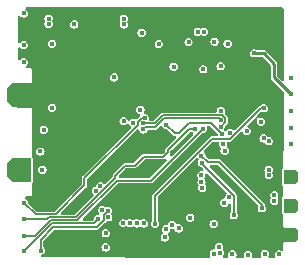
<source format=gbr>
%TF.GenerationSoftware,KiCad,Pcbnew,8.0.5*%
%TF.CreationDate,2024-10-20T03:46:06+02:00*%
%TF.ProjectId,cansatperso,63616e73-6174-4706-9572-736f2e6b6963,rev?*%
%TF.SameCoordinates,Original*%
%TF.FileFunction,Copper,L3,Inr*%
%TF.FilePolarity,Positive*%
%FSLAX46Y46*%
G04 Gerber Fmt 4.6, Leading zero omitted, Abs format (unit mm)*
G04 Created by KiCad (PCBNEW 8.0.5) date 2024-10-20 03:46:06*
%MOMM*%
%LPD*%
G01*
G04 APERTURE LIST*
G04 Aperture macros list*
%AMOutline5P*
0 Free polygon, 5 corners , with rotation*
0 The origin of the aperture is its center*
0 number of corners: always 5*
0 $1 to $10 corner X, Y*
0 $11 Rotation angle, in degrees counterclockwise*
0 create outline with 5 corners*
4,1,5,$1,$2,$3,$4,$5,$6,$7,$8,$9,$10,$1,$2,$11*%
%AMOutline6P*
0 Free polygon, 6 corners , with rotation*
0 The origin of the aperture is its center*
0 number of corners: always 6*
0 $1 to $12 corner X, Y*
0 $13 Rotation angle, in degrees counterclockwise*
0 create outline with 6 corners*
4,1,6,$1,$2,$3,$4,$5,$6,$7,$8,$9,$10,$11,$12,$1,$2,$13*%
%AMOutline7P*
0 Free polygon, 7 corners , with rotation*
0 The origin of the aperture is its center*
0 number of corners: always 7*
0 $1 to $14 corner X, Y*
0 $15 Rotation angle, in degrees counterclockwise*
0 create outline with 7 corners*
4,1,7,$1,$2,$3,$4,$5,$6,$7,$8,$9,$10,$11,$12,$13,$14,$1,$2,$15*%
%AMOutline8P*
0 Free polygon, 8 corners , with rotation*
0 The origin of the aperture is its center*
0 number of corners: always 8*
0 $1 to $16 corner X, Y*
0 $17 Rotation angle, in degrees counterclockwise*
0 create outline with 8 corners*
4,1,8,$1,$2,$3,$4,$5,$6,$7,$8,$9,$10,$11,$12,$13,$14,$15,$16,$1,$2,$17*%
%AMFreePoly0*
4,1,8,1.000000,0.600000,1.000000,-1.000000,0.000000,-1.000000,-1.000000,-1.000000,-1.000000,0.600000,-0.600000,1.000000,0.600000,1.000000,1.000000,0.600000,1.000000,0.600000,$1*%
G04 Aperture macros list end*
%TA.AperFunction,ComponentPad*%
%ADD10Outline6P,-0.600000X0.360000X-0.360000X0.600000X0.360000X0.600000X0.600000X0.360000X0.600000X-0.600000X-0.600000X-0.600000X270.000000*%
%TD*%
%TA.AperFunction,ComponentPad*%
%ADD11FreePoly0,90.000000*%
%TD*%
%TA.AperFunction,ViaPad*%
%ADD12C,0.400000*%
%TD*%
%TA.AperFunction,Conductor*%
%ADD13C,0.250000*%
%TD*%
%TA.AperFunction,Conductor*%
%ADD14C,0.150000*%
%TD*%
%TA.AperFunction,Conductor*%
%ADD15C,0.200000*%
%TD*%
G04 APERTURE END LIST*
D10*
%TO.N,TIM3_CHI_PWM4*%
%TO.C,REF\u002A\u002A2*%
X195660000Y-87340000D03*
%TD*%
D11*
%TO.N,GND*%
%TO.C,*%
X172680000Y-80400000D03*
%TD*%
D10*
%TO.N,N/C*%
%TO.C,REF\u002A\u002A1*%
X195660000Y-89740000D03*
%TD*%
%TO.N,GND*%
%TO.C,REF\u002A\u002A*%
X195660000Y-92190000D03*
%TD*%
D11*
%TO.N,BAT+*%
%TO.C,REF\u002A\u002A*%
X172675000Y-86705000D03*
%TD*%
D12*
%TO.N,GND*%
X176360000Y-93120000D03*
X176050000Y-79740000D03*
X184730000Y-85210000D03*
X176140000Y-82470000D03*
X194760000Y-91990000D03*
X194760000Y-76690000D03*
X195710000Y-81720000D03*
X192250000Y-88020000D03*
X182160000Y-85940000D03*
X188780000Y-77860000D03*
X188060000Y-80840000D03*
X191100000Y-73300000D03*
X174140000Y-76740000D03*
X182600000Y-73300000D03*
X189650000Y-79120000D03*
X190880000Y-79060000D03*
X175390000Y-93170000D03*
X180900000Y-73300000D03*
X185500000Y-89530000D03*
X183680000Y-78680000D03*
X178400000Y-90820000D03*
X173080000Y-74720000D03*
X186810000Y-92670000D03*
X182750000Y-85180000D03*
X194760000Y-85190000D03*
X186380000Y-89540000D03*
X183870000Y-86560000D03*
X185770000Y-86240000D03*
X177800000Y-79760000D03*
X175330000Y-93790000D03*
X182730000Y-75760000D03*
X179090000Y-84050000D03*
X191820000Y-87500000D03*
X192290000Y-91270000D03*
X177500000Y-73300000D03*
X188800000Y-87800000D03*
X174340000Y-78550000D03*
X183840000Y-85180000D03*
X179390000Y-79780000D03*
X175330000Y-92590000D03*
X183670000Y-77690000D03*
X187970000Y-90257500D03*
X178860000Y-92680000D03*
X187700000Y-73300000D03*
X184670000Y-89530000D03*
X184040000Y-93547500D03*
X182700000Y-93770000D03*
X194580000Y-91267500D03*
X189400000Y-73300000D03*
X174340000Y-80170000D03*
X178930000Y-93810000D03*
X189690000Y-80400000D03*
X182750000Y-86610000D03*
X179200000Y-73300000D03*
X181370000Y-87230000D03*
X192770000Y-77880000D03*
X178450000Y-84040000D03*
X181450000Y-79430000D03*
X192420000Y-91820000D03*
X187000000Y-91430000D03*
X174390000Y-90040000D03*
X183600000Y-79750000D03*
X191330000Y-77620000D03*
X185670000Y-85170000D03*
X181840000Y-86720000D03*
X194760000Y-80090000D03*
X181000000Y-93770000D03*
X177480000Y-92630000D03*
X184300000Y-73300000D03*
X177600000Y-93770000D03*
X186000000Y-73300000D03*
X188010000Y-79360000D03*
X192600000Y-87500000D03*
%TO.N,+3.3V*%
X193380000Y-84040000D03*
X190050000Y-89490000D03*
X189750000Y-81710000D03*
X193800000Y-86700000D03*
X189950000Y-84530000D03*
X187800000Y-75020000D03*
X190440000Y-89030000D03*
X190070000Y-85070000D03*
X193830000Y-84270000D03*
X195710000Y-80320000D03*
X173070000Y-76130000D03*
X186180000Y-91660000D03*
X188320000Y-75010000D03*
X185110000Y-91730000D03*
X192570000Y-76830000D03*
X183050000Y-75090000D03*
X193816587Y-87131306D03*
X181530000Y-82570000D03*
X193150000Y-82610000D03*
X185020000Y-92422500D03*
%TO.N,NRST*%
X173080000Y-93590000D03*
X179380000Y-90850660D03*
%TO.N,USART3_RX*%
X180000000Y-93270000D03*
X182345000Y-82715000D03*
%TO.N,SDDETECT*%
X193396250Y-81483750D03*
X184190000Y-91260000D03*
%TO.N,VIN*%
X175470000Y-81450000D03*
X182950430Y-81600789D03*
X174480000Y-85147500D03*
%TO.N,+5V*%
X177340000Y-74380000D03*
X189147500Y-91280000D03*
X193490000Y-93810000D03*
X181560000Y-74390000D03*
X173070000Y-73460000D03*
X181541494Y-73890340D03*
X175170000Y-73890000D03*
X175170000Y-74330000D03*
X194280000Y-88840000D03*
X194280000Y-89310000D03*
X195710000Y-78920000D03*
%TO.N,ADC1_IN3_VBAT*%
X174770000Y-83300000D03*
X179180000Y-88470000D03*
%TO.N,ADC1_IN2_CURR*%
X180720000Y-78872500D03*
X179541191Y-88089171D03*
%TO.N,I2C3_SDA_ACCEL*%
X185110000Y-82870000D03*
X195710000Y-83120000D03*
X189860000Y-83705000D03*
%TO.N,I2C3_SCL_ACCEL*%
X188090000Y-87150000D03*
X191937000Y-83410000D03*
X195710000Y-84520000D03*
%TO.N,3.3VEN*%
X189655249Y-93721215D03*
X189160000Y-93790000D03*
X189740000Y-77920000D03*
X190530166Y-83559834D03*
X189610000Y-93200000D03*
%TO.N,SPI1_CS_SD*%
X182650000Y-91240000D03*
X190330000Y-76010000D03*
%TO.N,SPI1_MISO_SD*%
X181480000Y-91210000D03*
X184510000Y-76050000D03*
%TO.N,SPI1_SCK_SD*%
X180225170Y-90704168D03*
X187020000Y-75880000D03*
%TO.N,SPI1_MOSI_SD*%
X189220000Y-75840000D03*
X182060000Y-91220000D03*
%TO.N,USART1_RX_GPS*%
X189730000Y-83060000D03*
X183132230Y-82772331D03*
%TO.N,USART1_TX_GPS*%
X183185000Y-83269541D03*
X189760000Y-82490000D03*
%TO.N,LPUART1_RX_RADIO*%
X185760000Y-77960000D03*
X179690000Y-90100000D03*
%TO.N,LPUART1_TX_RADIO*%
X187160000Y-90760000D03*
X188260000Y-78180000D03*
%TO.N,GPIO_EXTI1*%
X173070000Y-77580000D03*
X183230000Y-91230000D03*
%TO.N,SWO*%
X183310000Y-82305000D03*
X173090000Y-89490000D03*
%TO.N,SWDIO*%
X188230000Y-83220000D03*
X173070000Y-92300000D03*
%TO.N,SWCLK{slash}I2C1_SDA*%
X173070000Y-90900000D03*
X187585000Y-83220000D03*
%TO.N,TIM3_CHI_PWM4*%
X188120000Y-87730000D03*
%TO.N,USART3_TX*%
X185620000Y-91330000D03*
X180020000Y-92060000D03*
%TO.N,D+*%
X193220000Y-89955000D03*
X188120000Y-85490000D03*
%TO.N,D-*%
X190860000Y-90540000D03*
X188150000Y-86110000D03*
%TO.N,BAT+*%
X174650000Y-86680000D03*
X175470000Y-76026000D03*
%TO.N,PWEN*%
X188180000Y-88240000D03*
X194690000Y-93860000D03*
%TO.N,USBD+*%
X192060000Y-93870000D03*
%TO.N,USBD-*%
X190740000Y-93860000D03*
%TO.N,ADC2_IN17*%
X180190000Y-90150000D03*
X174500000Y-93530000D03*
%TD*%
D13*
%TO.N,+3.3V*%
X194270000Y-77730000D02*
X193370000Y-76830000D01*
X195710000Y-80320000D02*
X194270000Y-78880000D01*
X193370000Y-76830000D02*
X192570000Y-76830000D01*
X194270000Y-78880000D02*
X194270000Y-77730000D01*
D14*
%TO.N,NRST*%
X175439669Y-91230331D02*
X173080000Y-93590000D01*
X179000329Y-91230331D02*
X175439669Y-91230331D01*
X179380000Y-90850660D02*
X179000329Y-91230331D01*
%TO.N,SDDETECT*%
X188999669Y-84080000D02*
X190540331Y-84080000D01*
X193136581Y-81483750D02*
X193396250Y-81483750D01*
X184190000Y-88889669D02*
X188999669Y-84080000D01*
X190540331Y-84080000D02*
X193136581Y-81483750D01*
X184190000Y-91260000D02*
X184190000Y-88889669D01*
D13*
%TO.N,VIN*%
X182950430Y-81600789D02*
X182950430Y-81609389D01*
D14*
%TO.N,I2C3_SDA_ACCEL*%
X187070000Y-82750000D02*
X186225000Y-83595000D01*
X189844669Y-83705000D02*
X188889669Y-82750000D01*
X186225000Y-83595000D02*
X185835000Y-83595000D01*
X189860000Y-83705000D02*
X189844669Y-83705000D01*
X188889669Y-82750000D02*
X187070000Y-82750000D01*
X185835000Y-83595000D02*
X185110000Y-82870000D01*
%TO.N,USART1_RX_GPS*%
X190140000Y-82650000D02*
X189730000Y-83060000D01*
X184851446Y-82095000D02*
X189895331Y-82095000D01*
X183132230Y-82772331D02*
X184174115Y-82772331D01*
X184174115Y-82772331D02*
X184851446Y-82095000D01*
X189895331Y-82095000D02*
X190140000Y-82339669D01*
X190140000Y-82339669D02*
X190140000Y-82650000D01*
%TO.N,USART1_TX_GPS*%
X184955000Y-82345000D02*
X189615000Y-82345000D01*
X184210000Y-83090000D02*
X184955000Y-82345000D01*
X183364541Y-83090000D02*
X184210000Y-83090000D01*
X189615000Y-82345000D02*
X189760000Y-82490000D01*
X183185000Y-83269541D02*
X183364541Y-83090000D01*
%TO.N,SWO*%
X183069230Y-82305000D02*
X183310000Y-82305000D01*
X182720000Y-82654230D02*
X183069230Y-82305000D01*
X178210000Y-88024872D02*
X178210000Y-87380331D01*
X173090000Y-89490000D02*
X174070000Y-90470000D01*
X182720000Y-82870331D02*
X182720000Y-82654230D01*
X178210000Y-87380331D02*
X182720000Y-82870331D01*
X175764872Y-90470000D02*
X178210000Y-88024872D01*
X174070000Y-90470000D02*
X175764872Y-90470000D01*
%TO.N,SWDIO*%
X177579669Y-90980331D02*
X180940000Y-87620000D01*
X175336115Y-90980331D02*
X177579669Y-90980331D01*
X180940000Y-87620000D02*
X183830000Y-87620000D01*
X173070000Y-92300000D02*
X174016446Y-92300000D01*
X183830000Y-87620000D02*
X188230000Y-83220000D01*
X174016446Y-92300000D02*
X175336115Y-90980331D01*
%TO.N,SWCLK{slash}I2C1_SDA*%
X184885331Y-85585000D02*
X185250000Y-85220331D01*
X175062892Y-90900000D02*
X175232561Y-90730331D01*
X182484669Y-86345000D02*
X183244669Y-85585000D01*
X185250000Y-85220331D02*
X185250000Y-85059669D01*
X185250000Y-85059669D02*
X187089669Y-83220000D01*
X177476115Y-90730331D02*
X180836446Y-87370000D01*
X180836446Y-87370000D02*
X180836446Y-87193223D01*
X173070000Y-90900000D02*
X175062892Y-90900000D01*
X175232561Y-90730331D02*
X177476115Y-90730331D01*
X181684669Y-86345000D02*
X182484669Y-86345000D01*
X187089669Y-83220000D02*
X187585000Y-83220000D01*
X183244669Y-85585000D02*
X184885331Y-85585000D01*
X180836446Y-87193223D02*
X181684669Y-86345000D01*
D15*
%TO.N,D+*%
X188670000Y-86040000D02*
X188120000Y-85490000D01*
X193220000Y-89955000D02*
X193220000Y-89660000D01*
X189600000Y-86040000D02*
X188670000Y-86040000D01*
X193220000Y-89660000D02*
X189600000Y-86040000D01*
%TO.N,D-*%
X188150000Y-86174314D02*
X190860000Y-88884314D01*
X190860000Y-88884314D02*
X190860000Y-90540000D01*
X188150000Y-86110000D02*
X188150000Y-86174314D01*
D14*
%TO.N,ADC2_IN17*%
X174500000Y-92620000D02*
X175570000Y-91550000D01*
X179270000Y-91550000D02*
X179850170Y-90969830D01*
X179850170Y-90969830D02*
X179850170Y-90489830D01*
X175570000Y-91550000D02*
X179270000Y-91550000D01*
X174500000Y-93530000D02*
X174500000Y-92620000D01*
X179850170Y-90489830D02*
X180190000Y-90150000D01*
%TD*%
%TA.AperFunction,Conductor*%
%TO.N,GND*%
G36*
X195012539Y-72960185D02*
G01*
X195058294Y-73012989D01*
X195069500Y-73064500D01*
X195069500Y-78249992D01*
X195084799Y-78286928D01*
X195108511Y-78310640D01*
X195141996Y-78371963D01*
X195144830Y-78398437D01*
X195144205Y-79065343D01*
X195124458Y-79132364D01*
X195071611Y-79178070D01*
X195002443Y-79187948D01*
X194938914Y-79158864D01*
X194932524Y-79152908D01*
X194581819Y-78802203D01*
X194548334Y-78740880D01*
X194545500Y-78714522D01*
X194545500Y-77675201D01*
X194545500Y-77675200D01*
X194507102Y-77582500D01*
X194503557Y-77573941D01*
X194503556Y-77573940D01*
X194503556Y-77573939D01*
X193526059Y-76596444D01*
X193526058Y-76596443D01*
X193424800Y-76554500D01*
X192831112Y-76554500D01*
X192774820Y-76540985D01*
X192679661Y-76492500D01*
X192679659Y-76492499D01*
X192679656Y-76492498D01*
X192570002Y-76475131D01*
X192569998Y-76475131D01*
X192460341Y-76492498D01*
X192361414Y-76542904D01*
X192361407Y-76542909D01*
X192282909Y-76621407D01*
X192282904Y-76621414D01*
X192232498Y-76720341D01*
X192215131Y-76829997D01*
X192215131Y-76830002D01*
X192232498Y-76939658D01*
X192282904Y-77038585D01*
X192282909Y-77038592D01*
X192361407Y-77117090D01*
X192361410Y-77117092D01*
X192361413Y-77117095D01*
X192377291Y-77125185D01*
X192460341Y-77167501D01*
X192569998Y-77184869D01*
X192570000Y-77184869D01*
X192570002Y-77184869D01*
X192679656Y-77167501D01*
X192679656Y-77167500D01*
X192679661Y-77167500D01*
X192774820Y-77119014D01*
X192831112Y-77105500D01*
X193204523Y-77105500D01*
X193271562Y-77125185D01*
X193292204Y-77141819D01*
X193958181Y-77807796D01*
X193991666Y-77869119D01*
X193994500Y-77895477D01*
X193994500Y-78934802D01*
X194014118Y-78982162D01*
X194014117Y-78982162D01*
X194036441Y-79036055D01*
X194036444Y-79036059D01*
X195106828Y-80106444D01*
X195140313Y-80167767D01*
X195143147Y-80194241D01*
X195138675Y-84967948D01*
X195118928Y-85034969D01*
X195102359Y-85055511D01*
X195074799Y-85083072D01*
X195059500Y-85120007D01*
X195059500Y-86493051D01*
X195039815Y-86560090D01*
X195004391Y-86596153D01*
X194951495Y-86631496D01*
X194918234Y-86681275D01*
X194918231Y-86681282D01*
X194909500Y-86725177D01*
X194909500Y-86725180D01*
X194909500Y-87954820D01*
X194909500Y-87954822D01*
X194909499Y-87954822D01*
X194918231Y-87998717D01*
X194918234Y-87998724D01*
X194951494Y-88048502D01*
X194951495Y-88048502D01*
X194951496Y-88048504D01*
X195001278Y-88081767D01*
X195001280Y-88081767D01*
X195004390Y-88083845D01*
X195049195Y-88137457D01*
X195059500Y-88186948D01*
X195059500Y-88893051D01*
X195039815Y-88960090D01*
X195004391Y-88996153D01*
X194951495Y-89031496D01*
X194918234Y-89081275D01*
X194918231Y-89081282D01*
X194909500Y-89125177D01*
X194909500Y-89125180D01*
X194909500Y-90354820D01*
X194909500Y-90354822D01*
X194909499Y-90354822D01*
X194918231Y-90398717D01*
X194918234Y-90398724D01*
X194951494Y-90448502D01*
X194951495Y-90448502D01*
X194951496Y-90448504D01*
X195001278Y-90481767D01*
X195001280Y-90481767D01*
X195004390Y-90483845D01*
X195049195Y-90537457D01*
X195059500Y-90586948D01*
X195059500Y-91469992D01*
X195074799Y-91506928D01*
X195096128Y-91528257D01*
X195129613Y-91589580D01*
X195132447Y-91616054D01*
X195131362Y-92775261D01*
X195111615Y-92842282D01*
X195095046Y-92862823D01*
X195074800Y-92883069D01*
X195074799Y-92883071D01*
X195059500Y-92920007D01*
X195059500Y-93452545D01*
X195039815Y-93519584D01*
X194987011Y-93565339D01*
X194917853Y-93575283D01*
X194879206Y-93563030D01*
X194799658Y-93522498D01*
X194690002Y-93505131D01*
X194689998Y-93505131D01*
X194580341Y-93522498D01*
X194481414Y-93572904D01*
X194481407Y-93572909D01*
X194402909Y-93651407D01*
X194402904Y-93651414D01*
X194352498Y-93750341D01*
X194335131Y-93859997D01*
X194335131Y-93860002D01*
X194352499Y-93969659D01*
X194355514Y-93978937D01*
X194353688Y-93979530D01*
X194364342Y-94036262D01*
X194338065Y-94101002D01*
X194280958Y-94141258D01*
X194240743Y-94147886D01*
X193913637Y-94147312D01*
X193846633Y-94127510D01*
X193800970Y-94074625D01*
X193791148Y-94005450D01*
X193803368Y-93967022D01*
X193827500Y-93919661D01*
X193833011Y-93884869D01*
X193844869Y-93810002D01*
X193844869Y-93809997D01*
X193827501Y-93700341D01*
X193827153Y-93699658D01*
X193777095Y-93601413D01*
X193777092Y-93601410D01*
X193777090Y-93601407D01*
X193698592Y-93522909D01*
X193698588Y-93522906D01*
X193698587Y-93522905D01*
X193678417Y-93512628D01*
X193599658Y-93472498D01*
X193490002Y-93455131D01*
X193489998Y-93455131D01*
X193380341Y-93472498D01*
X193281414Y-93522904D01*
X193281407Y-93522909D01*
X193202909Y-93601407D01*
X193202904Y-93601414D01*
X193152498Y-93700341D01*
X193135131Y-93809997D01*
X193135131Y-93810002D01*
X193152498Y-93919658D01*
X193175871Y-93965530D01*
X193188767Y-94034200D01*
X193162490Y-94098940D01*
X193105383Y-94139196D01*
X193065168Y-94145824D01*
X192514277Y-94144857D01*
X192447273Y-94125055D01*
X192401610Y-94072170D01*
X192391788Y-94002995D01*
X192396568Y-93982527D01*
X192397496Y-93979667D01*
X192397500Y-93979661D01*
X192412837Y-93882828D01*
X192414869Y-93870002D01*
X192414869Y-93869997D01*
X192397501Y-93760341D01*
X192377564Y-93721212D01*
X192347095Y-93661413D01*
X192347092Y-93661410D01*
X192347090Y-93661407D01*
X192268592Y-93582909D01*
X192268588Y-93582906D01*
X192268587Y-93582905D01*
X192229580Y-93563030D01*
X192169658Y-93532498D01*
X192060002Y-93515131D01*
X192059998Y-93515131D01*
X191950341Y-93532498D01*
X191851414Y-93582904D01*
X191851407Y-93582909D01*
X191772909Y-93661407D01*
X191772904Y-93661414D01*
X191722498Y-93760341D01*
X191705131Y-93869997D01*
X191705131Y-93870002D01*
X191722499Y-93979662D01*
X191722916Y-93980944D01*
X191722962Y-93982588D01*
X191724026Y-93989300D01*
X191723158Y-93989437D01*
X191724911Y-94050785D01*
X191688830Y-94110618D01*
X191626128Y-94141445D01*
X191604767Y-94143261D01*
X191191546Y-94142536D01*
X191124542Y-94122734D01*
X191078879Y-94069849D01*
X191069057Y-94000674D01*
X191075836Y-93979375D01*
X191074486Y-93978937D01*
X191077498Y-93969664D01*
X191077500Y-93969661D01*
X191091191Y-93883223D01*
X191094869Y-93860002D01*
X191094869Y-93859997D01*
X191077501Y-93750341D01*
X191041833Y-93680339D01*
X191027095Y-93651413D01*
X191027092Y-93651410D01*
X191027090Y-93651407D01*
X190948592Y-93572909D01*
X190948588Y-93572906D01*
X190948587Y-93572905D01*
X190929206Y-93563030D01*
X190849658Y-93522498D01*
X190740002Y-93505131D01*
X190739998Y-93505131D01*
X190630341Y-93522498D01*
X190531414Y-93572904D01*
X190531407Y-93572909D01*
X190452909Y-93651407D01*
X190452904Y-93651414D01*
X190402498Y-93750341D01*
X190385131Y-93859997D01*
X190385131Y-93860002D01*
X190402498Y-93969657D01*
X190405414Y-93978629D01*
X190407411Y-94048470D01*
X190371332Y-94108304D01*
X190308632Y-94139133D01*
X190287266Y-94140950D01*
X190030790Y-94140500D01*
X189963786Y-94120698D01*
X189918123Y-94067813D01*
X189908301Y-93998638D01*
X189937438Y-93935133D01*
X189942110Y-93930123D01*
X189942338Y-93929807D01*
X189942344Y-93929802D01*
X189992749Y-93830876D01*
X189992749Y-93830874D01*
X189992750Y-93830873D01*
X190010118Y-93721217D01*
X190010118Y-93721212D01*
X189992750Y-93611556D01*
X189974268Y-93575283D01*
X189942344Y-93512628D01*
X189942341Y-93512625D01*
X189942339Y-93512622D01*
X189940954Y-93511237D01*
X189939807Y-93509136D01*
X189936605Y-93504729D01*
X189937174Y-93504315D01*
X189907469Y-93449914D01*
X189912453Y-93380222D01*
X189918147Y-93367268D01*
X189947500Y-93309661D01*
X189959355Y-93234813D01*
X189964869Y-93200002D01*
X189964869Y-93199997D01*
X189947501Y-93090341D01*
X189932762Y-93061414D01*
X189897095Y-92991413D01*
X189897092Y-92991410D01*
X189897090Y-92991407D01*
X189818592Y-92912909D01*
X189818588Y-92912906D01*
X189818587Y-92912905D01*
X189778736Y-92892600D01*
X189719658Y-92862498D01*
X189610002Y-92845131D01*
X189609998Y-92845131D01*
X189500341Y-92862498D01*
X189401414Y-92912904D01*
X189401407Y-92912909D01*
X189322909Y-92991407D01*
X189322904Y-92991414D01*
X189272498Y-93090341D01*
X189255131Y-93199997D01*
X189255131Y-93200003D01*
X189269734Y-93292205D01*
X189260779Y-93361498D01*
X189215783Y-93414950D01*
X189166660Y-93434075D01*
X189050341Y-93452499D01*
X188951414Y-93502904D01*
X188951407Y-93502909D01*
X188872909Y-93581407D01*
X188872904Y-93581414D01*
X188822498Y-93680341D01*
X188805131Y-93789997D01*
X188805131Y-93790002D01*
X188822498Y-93899656D01*
X188822499Y-93899659D01*
X188822500Y-93899661D01*
X188852197Y-93957946D01*
X188865093Y-94026612D01*
X188838817Y-94091353D01*
X188781710Y-94131610D01*
X188741494Y-94138238D01*
X174631923Y-94113485D01*
X174564919Y-94093683D01*
X174519256Y-94040799D01*
X174509434Y-93971623D01*
X174538571Y-93908118D01*
X174597415Y-93870447D01*
X174607653Y-93868152D01*
X174609657Y-93867501D01*
X174609658Y-93867500D01*
X174609661Y-93867500D01*
X174708587Y-93817095D01*
X174787095Y-93738587D01*
X174837500Y-93639661D01*
X174837500Y-93639659D01*
X174837501Y-93639658D01*
X174854869Y-93530002D01*
X174854869Y-93529997D01*
X174837501Y-93420341D01*
X174817059Y-93380222D01*
X174787095Y-93321413D01*
X174787092Y-93321410D01*
X174787090Y-93321407D01*
X174761819Y-93296136D01*
X174747546Y-93269997D01*
X179645131Y-93269997D01*
X179645131Y-93270002D01*
X179662498Y-93379658D01*
X179712904Y-93478585D01*
X179712909Y-93478592D01*
X179791407Y-93557090D01*
X179791410Y-93557092D01*
X179791413Y-93557095D01*
X179890339Y-93607500D01*
X179890341Y-93607501D01*
X179999998Y-93624869D01*
X180000000Y-93624869D01*
X180000002Y-93624869D01*
X180109658Y-93607501D01*
X180109659Y-93607500D01*
X180109661Y-93607500D01*
X180208587Y-93557095D01*
X180287095Y-93478587D01*
X180337500Y-93379661D01*
X180337500Y-93379659D01*
X180337501Y-93379658D01*
X180354869Y-93270002D01*
X180354869Y-93269997D01*
X180337501Y-93160341D01*
X180301833Y-93090339D01*
X180287095Y-93061413D01*
X180287092Y-93061410D01*
X180287090Y-93061407D01*
X180208592Y-92982909D01*
X180208588Y-92982906D01*
X180208587Y-92982905D01*
X180204743Y-92980946D01*
X180109658Y-92932498D01*
X180000002Y-92915131D01*
X179999998Y-92915131D01*
X179890341Y-92932498D01*
X179791414Y-92982904D01*
X179791407Y-92982909D01*
X179712909Y-93061407D01*
X179712904Y-93061414D01*
X179662498Y-93160341D01*
X179645131Y-93269997D01*
X174747546Y-93269997D01*
X174728334Y-93234813D01*
X174725500Y-93208455D01*
X174725500Y-92764767D01*
X174745185Y-92697728D01*
X174761819Y-92677086D01*
X175016408Y-92422497D01*
X184665131Y-92422497D01*
X184665131Y-92422502D01*
X184682498Y-92532158D01*
X184732904Y-92631085D01*
X184732909Y-92631092D01*
X184811407Y-92709590D01*
X184811410Y-92709592D01*
X184811413Y-92709595D01*
X184865554Y-92737181D01*
X184910341Y-92760001D01*
X185019998Y-92777369D01*
X185020000Y-92777369D01*
X185020002Y-92777369D01*
X185129658Y-92760001D01*
X185129659Y-92760000D01*
X185129661Y-92760000D01*
X185228587Y-92709595D01*
X185307095Y-92631087D01*
X185357500Y-92532161D01*
X185357500Y-92532159D01*
X185357501Y-92532158D01*
X185374869Y-92422502D01*
X185374869Y-92422497D01*
X185357501Y-92312841D01*
X185334955Y-92268592D01*
X185307095Y-92213913D01*
X185307092Y-92213910D01*
X185307090Y-92213907D01*
X185300597Y-92207414D01*
X185267112Y-92146091D01*
X185272096Y-92076399D01*
X185313968Y-92020466D01*
X185315401Y-92019409D01*
X185318580Y-92017098D01*
X185318587Y-92017095D01*
X185397095Y-91938587D01*
X185447500Y-91839661D01*
X185456240Y-91784475D01*
X185486168Y-91721344D01*
X185545479Y-91684412D01*
X185598111Y-91681402D01*
X185620000Y-91684869D01*
X185620000Y-91684868D01*
X185620001Y-91684869D01*
X185620002Y-91684869D01*
X185701480Y-91671964D01*
X185770773Y-91680918D01*
X185824225Y-91725915D01*
X185837849Y-91760905D01*
X185839482Y-91760375D01*
X185842498Y-91769657D01*
X185892904Y-91868585D01*
X185892909Y-91868592D01*
X185971407Y-91947090D01*
X185971410Y-91947092D01*
X185971413Y-91947095D01*
X186070339Y-91997500D01*
X186070341Y-91997501D01*
X186179998Y-92014869D01*
X186180000Y-92014869D01*
X186180002Y-92014869D01*
X186289658Y-91997501D01*
X186289659Y-91997500D01*
X186289661Y-91997500D01*
X186388587Y-91947095D01*
X186467095Y-91868587D01*
X186517500Y-91769661D01*
X186517500Y-91769659D01*
X186517501Y-91769658D01*
X186534869Y-91660002D01*
X186534869Y-91659997D01*
X186517501Y-91550341D01*
X186502762Y-91521414D01*
X186467095Y-91451413D01*
X186467092Y-91451410D01*
X186467090Y-91451407D01*
X186388592Y-91372909D01*
X186388588Y-91372906D01*
X186388587Y-91372905D01*
X186323336Y-91339658D01*
X186289658Y-91322498D01*
X186180002Y-91305131D01*
X186180000Y-91305131D01*
X186156490Y-91308854D01*
X186098518Y-91318036D01*
X186029224Y-91309080D01*
X185994677Y-91279997D01*
X188792631Y-91279997D01*
X188792631Y-91280002D01*
X188809998Y-91389658D01*
X188860404Y-91488585D01*
X188860409Y-91488592D01*
X188938907Y-91567090D01*
X188938910Y-91567092D01*
X188938913Y-91567095D01*
X189032675Y-91614869D01*
X189037841Y-91617501D01*
X189147498Y-91634869D01*
X189147500Y-91634869D01*
X189147502Y-91634869D01*
X189257158Y-91617501D01*
X189257159Y-91617500D01*
X189257161Y-91617500D01*
X189356087Y-91567095D01*
X189434595Y-91488587D01*
X189485000Y-91389661D01*
X189485000Y-91389659D01*
X189485001Y-91389658D01*
X189502369Y-91280002D01*
X189502369Y-91279997D01*
X189485001Y-91170341D01*
X189480659Y-91161819D01*
X189434595Y-91071413D01*
X189434592Y-91071410D01*
X189434590Y-91071407D01*
X189356092Y-90992909D01*
X189356088Y-90992906D01*
X189356087Y-90992905D01*
X189340859Y-90985146D01*
X189257158Y-90942498D01*
X189147502Y-90925131D01*
X189147498Y-90925131D01*
X189037841Y-90942498D01*
X188938914Y-90992904D01*
X188938907Y-90992909D01*
X188860409Y-91071407D01*
X188860404Y-91071414D01*
X188809998Y-91170341D01*
X188792631Y-91279997D01*
X185994677Y-91279997D01*
X185975773Y-91264083D01*
X185962153Y-91229093D01*
X185960518Y-91229625D01*
X185957501Y-91220342D01*
X185957500Y-91220340D01*
X185957500Y-91220339D01*
X185907095Y-91121413D01*
X185907092Y-91121410D01*
X185907090Y-91121407D01*
X185828592Y-91042909D01*
X185828588Y-91042906D01*
X185828587Y-91042905D01*
X185824743Y-91040946D01*
X185729658Y-90992498D01*
X185620002Y-90975131D01*
X185619998Y-90975131D01*
X185510341Y-90992498D01*
X185411414Y-91042904D01*
X185411407Y-91042909D01*
X185332909Y-91121407D01*
X185332904Y-91121414D01*
X185282498Y-91220341D01*
X185273759Y-91275522D01*
X185243830Y-91338657D01*
X185184518Y-91375588D01*
X185131890Y-91378598D01*
X185112885Y-91375588D01*
X185110000Y-91375131D01*
X185109999Y-91375131D01*
X185109998Y-91375131D01*
X185000341Y-91392498D01*
X184901414Y-91442904D01*
X184901407Y-91442909D01*
X184822909Y-91521407D01*
X184822904Y-91521414D01*
X184772498Y-91620341D01*
X184755131Y-91729997D01*
X184755131Y-91730002D01*
X184772498Y-91839658D01*
X184822904Y-91938585D01*
X184822909Y-91938592D01*
X184829402Y-91945085D01*
X184862887Y-92006408D01*
X184857903Y-92076100D01*
X184816031Y-92132033D01*
X184814609Y-92133083D01*
X184811408Y-92135408D01*
X184732909Y-92213907D01*
X184732904Y-92213914D01*
X184682498Y-92312841D01*
X184665131Y-92422497D01*
X175016408Y-92422497D01*
X175378908Y-92059997D01*
X179665131Y-92059997D01*
X179665131Y-92060002D01*
X179682498Y-92169658D01*
X179732904Y-92268585D01*
X179732909Y-92268592D01*
X179811407Y-92347090D01*
X179811410Y-92347092D01*
X179811413Y-92347095D01*
X179910339Y-92397500D01*
X179910341Y-92397501D01*
X180019998Y-92414869D01*
X180020000Y-92414869D01*
X180020002Y-92414869D01*
X180129658Y-92397501D01*
X180129659Y-92397500D01*
X180129661Y-92397500D01*
X180228587Y-92347095D01*
X180307095Y-92268587D01*
X180357500Y-92169661D01*
X180357500Y-92169659D01*
X180357501Y-92169658D01*
X180374869Y-92060002D01*
X180374869Y-92059997D01*
X180357501Y-91950341D01*
X180315848Y-91868592D01*
X180307095Y-91851413D01*
X180307092Y-91851410D01*
X180307090Y-91851407D01*
X180228592Y-91772909D01*
X180228588Y-91772906D01*
X180228587Y-91772905D01*
X180205036Y-91760905D01*
X180129658Y-91722498D01*
X180020002Y-91705131D01*
X180019998Y-91705131D01*
X179910341Y-91722498D01*
X179811414Y-91772904D01*
X179811407Y-91772909D01*
X179732909Y-91851407D01*
X179732904Y-91851414D01*
X179682498Y-91950341D01*
X179665131Y-92059997D01*
X175378908Y-92059997D01*
X175627086Y-91811819D01*
X175688409Y-91778334D01*
X175714767Y-91775500D01*
X179210703Y-91775500D01*
X179210711Y-91775501D01*
X179225145Y-91775501D01*
X179314854Y-91775501D01*
X179314855Y-91775501D01*
X179376396Y-91750009D01*
X179397736Y-91741170D01*
X179461170Y-91677736D01*
X179461170Y-91677735D01*
X179478608Y-91660297D01*
X179478609Y-91660294D01*
X179928908Y-91209997D01*
X181125131Y-91209997D01*
X181125131Y-91210002D01*
X181142498Y-91319658D01*
X181192904Y-91418585D01*
X181192909Y-91418592D01*
X181271407Y-91497090D01*
X181271410Y-91497092D01*
X181271413Y-91497095D01*
X181346199Y-91535200D01*
X181370341Y-91547501D01*
X181479998Y-91564869D01*
X181480000Y-91564869D01*
X181480002Y-91564869D01*
X181589658Y-91547501D01*
X181589659Y-91547500D01*
X181589661Y-91547500D01*
X181688587Y-91497095D01*
X181688587Y-91497094D01*
X181688590Y-91497093D01*
X181691426Y-91495033D01*
X181695453Y-91493595D01*
X181697283Y-91492664D01*
X181697403Y-91492900D01*
X181757233Y-91471555D01*
X181825286Y-91487382D01*
X181847221Y-91504049D01*
X181851410Y-91507092D01*
X181851413Y-91507095D01*
X181906573Y-91535200D01*
X181950341Y-91557501D01*
X182059998Y-91574869D01*
X182060000Y-91574869D01*
X182060002Y-91574869D01*
X182169658Y-91557501D01*
X182169659Y-91557500D01*
X182169661Y-91557500D01*
X182268587Y-91507095D01*
X182268587Y-91507094D01*
X182268590Y-91507093D01*
X182271426Y-91505033D01*
X182275453Y-91503595D01*
X182277283Y-91502664D01*
X182277403Y-91502900D01*
X182337233Y-91481555D01*
X182405286Y-91497382D01*
X182431989Y-91517672D01*
X182441407Y-91527090D01*
X182441410Y-91527092D01*
X182441413Y-91527095D01*
X182501087Y-91557500D01*
X182540341Y-91577501D01*
X182649998Y-91594869D01*
X182650000Y-91594869D01*
X182650002Y-91594869D01*
X182759658Y-91577501D01*
X182759659Y-91577500D01*
X182759661Y-91577500D01*
X182858587Y-91527095D01*
X182858592Y-91527089D01*
X182866486Y-91521356D01*
X182867365Y-91522566D01*
X182919314Y-91494190D01*
X182989006Y-91499163D01*
X183018575Y-91515033D01*
X183021412Y-91517094D01*
X183021413Y-91517095D01*
X183100713Y-91557500D01*
X183120341Y-91567501D01*
X183229998Y-91584869D01*
X183230000Y-91584869D01*
X183230002Y-91584869D01*
X183339658Y-91567501D01*
X183339659Y-91567500D01*
X183339661Y-91567500D01*
X183438587Y-91517095D01*
X183517095Y-91438587D01*
X183567500Y-91339661D01*
X183567500Y-91339659D01*
X183567501Y-91339658D01*
X183584869Y-91230002D01*
X183584869Y-91229997D01*
X183567501Y-91120341D01*
X183558070Y-91101832D01*
X183517095Y-91021413D01*
X183517092Y-91021410D01*
X183517090Y-91021407D01*
X183438592Y-90942909D01*
X183438588Y-90942906D01*
X183438587Y-90942905D01*
X183425844Y-90936412D01*
X183339658Y-90892498D01*
X183230002Y-90875131D01*
X183229998Y-90875131D01*
X183120341Y-90892498D01*
X183021414Y-90942904D01*
X183013514Y-90948644D01*
X183012636Y-90947436D01*
X182960657Y-90975814D01*
X182890965Y-90970824D01*
X182861432Y-90954971D01*
X182858590Y-90952907D01*
X182858587Y-90952905D01*
X182799708Y-90922905D01*
X182759658Y-90902498D01*
X182650002Y-90885131D01*
X182649998Y-90885131D01*
X182540341Y-90902498D01*
X182441407Y-90952908D01*
X182438563Y-90954974D01*
X182434529Y-90956412D01*
X182432717Y-90957336D01*
X182432597Y-90957101D01*
X182372753Y-90978445D01*
X182304701Y-90962610D01*
X182278010Y-90942327D01*
X182268592Y-90932909D01*
X182268588Y-90932906D01*
X182268587Y-90932905D01*
X182229040Y-90912755D01*
X182169658Y-90882498D01*
X182060002Y-90865131D01*
X182059998Y-90865131D01*
X181950341Y-90882498D01*
X181851407Y-90932908D01*
X181848563Y-90934974D01*
X181844529Y-90936412D01*
X181842717Y-90937336D01*
X181842597Y-90937101D01*
X181782753Y-90958445D01*
X181714701Y-90942610D01*
X181692774Y-90925947D01*
X181688588Y-90922906D01*
X181688587Y-90922905D01*
X181668676Y-90912760D01*
X181589658Y-90872498D01*
X181480002Y-90855131D01*
X181479998Y-90855131D01*
X181370341Y-90872498D01*
X181271414Y-90922904D01*
X181271407Y-90922909D01*
X181192909Y-91001407D01*
X181192904Y-91001414D01*
X181142498Y-91100341D01*
X181125131Y-91209997D01*
X179928908Y-91209997D01*
X180041340Y-91097566D01*
X180041340Y-91097565D01*
X180049976Y-91088930D01*
X180051910Y-91090864D01*
X180091714Y-91057594D01*
X180160613Y-91048812D01*
X180185023Y-91052678D01*
X180225169Y-91059037D01*
X180225170Y-91059037D01*
X180225172Y-91059037D01*
X180334828Y-91041669D01*
X180334829Y-91041668D01*
X180334831Y-91041668D01*
X180433757Y-90991263D01*
X180512265Y-90912755D01*
X180562670Y-90813829D01*
X180562670Y-90813827D01*
X180562671Y-90813826D01*
X180580039Y-90704170D01*
X180580039Y-90704165D01*
X180562671Y-90594509D01*
X180562327Y-90593834D01*
X180512265Y-90495581D01*
X180512262Y-90495578D01*
X180512260Y-90495575D01*
X180506429Y-90489744D01*
X180472944Y-90428421D01*
X180477928Y-90358729D01*
X180483615Y-90345790D01*
X180527500Y-90259661D01*
X180527501Y-90259656D01*
X180544869Y-90150002D01*
X180544869Y-90149997D01*
X180527501Y-90040341D01*
X180502024Y-89990339D01*
X180477095Y-89941413D01*
X180477092Y-89941410D01*
X180477090Y-89941407D01*
X180398592Y-89862909D01*
X180398588Y-89862906D01*
X180398587Y-89862905D01*
X180365370Y-89845980D01*
X180299658Y-89812498D01*
X180190002Y-89795131D01*
X180189998Y-89795131D01*
X180080340Y-89812499D01*
X180039936Y-89833085D01*
X179971266Y-89845980D01*
X179906527Y-89819702D01*
X179900310Y-89814157D01*
X179898588Y-89812906D01*
X179898587Y-89812905D01*
X179875169Y-89800973D01*
X179799658Y-89762498D01*
X179690002Y-89745131D01*
X179689998Y-89745131D01*
X179580341Y-89762498D01*
X179481414Y-89812904D01*
X179481407Y-89812909D01*
X179402909Y-89891407D01*
X179402904Y-89891414D01*
X179352498Y-89990341D01*
X179335131Y-90099997D01*
X179335131Y-90100002D01*
X179352498Y-90209658D01*
X179402906Y-90308589D01*
X179403581Y-90309518D01*
X179404051Y-90310836D01*
X179407336Y-90317283D01*
X179406502Y-90317707D01*
X179427058Y-90375325D01*
X179411230Y-90443378D01*
X179361122Y-90492071D01*
X179322659Y-90504872D01*
X179270341Y-90513158D01*
X179171414Y-90563564D01*
X179171407Y-90563569D01*
X179092909Y-90642067D01*
X179092904Y-90642074D01*
X179042499Y-90741001D01*
X179024665Y-90853597D01*
X178994735Y-90916731D01*
X178989875Y-90921877D01*
X178943244Y-90968510D01*
X178881922Y-91001997D01*
X178855561Y-91004831D01*
X178173436Y-91004831D01*
X178106397Y-90985146D01*
X178060642Y-90932342D01*
X178050698Y-90863184D01*
X178079723Y-90799628D01*
X178085755Y-90793150D01*
X180997086Y-87881819D01*
X181058409Y-87848334D01*
X181084767Y-87845500D01*
X183770703Y-87845500D01*
X183770711Y-87845501D01*
X183785145Y-87845501D01*
X183874853Y-87845501D01*
X183874855Y-87845501D01*
X183933460Y-87821225D01*
X183957736Y-87811170D01*
X184021170Y-87747736D01*
X184021170Y-87747735D01*
X184038608Y-87730297D01*
X184038610Y-87730294D01*
X188158779Y-83610124D01*
X188220100Y-83576641D01*
X188227061Y-83575334D01*
X188229998Y-83574868D01*
X188230000Y-83574869D01*
X188282146Y-83566609D01*
X188339658Y-83557501D01*
X188339659Y-83557500D01*
X188339661Y-83557500D01*
X188438587Y-83507095D01*
X188517095Y-83428587D01*
X188567500Y-83329661D01*
X188567500Y-83329659D01*
X188567501Y-83329658D01*
X188584869Y-83220002D01*
X188584869Y-83219998D01*
X188568856Y-83118898D01*
X188577810Y-83049605D01*
X188622806Y-82996153D01*
X188689558Y-82975513D01*
X188691329Y-82975500D01*
X188744902Y-82975500D01*
X188811941Y-82995185D01*
X188832583Y-83011819D01*
X189463583Y-83642819D01*
X189497068Y-83704142D01*
X189492084Y-83773834D01*
X189450212Y-83829767D01*
X189384748Y-83854184D01*
X189375902Y-83854500D01*
X189058966Y-83854500D01*
X189058958Y-83854499D01*
X189044524Y-83854499D01*
X188954814Y-83854499D01*
X188954812Y-83854499D01*
X188930169Y-83864707D01*
X188896208Y-83878774D01*
X188896206Y-83878774D01*
X188871933Y-83888829D01*
X183998829Y-88761933D01*
X183988774Y-88786206D01*
X183988774Y-88786208D01*
X183978814Y-88810253D01*
X183964499Y-88844812D01*
X183964499Y-88948957D01*
X183964500Y-88948966D01*
X183964500Y-90938455D01*
X183944815Y-91005494D01*
X183928181Y-91026136D01*
X183902909Y-91051407D01*
X183902904Y-91051414D01*
X183852498Y-91150341D01*
X183835131Y-91259997D01*
X183835131Y-91260002D01*
X183852498Y-91369658D01*
X183902904Y-91468585D01*
X183902909Y-91468592D01*
X183981407Y-91547090D01*
X183981410Y-91547092D01*
X183981413Y-91547095D01*
X184035923Y-91574869D01*
X184080341Y-91597501D01*
X184189998Y-91614869D01*
X184190000Y-91614869D01*
X184190002Y-91614869D01*
X184299658Y-91597501D01*
X184299659Y-91597500D01*
X184299661Y-91597500D01*
X184398587Y-91547095D01*
X184477095Y-91468587D01*
X184527500Y-91369661D01*
X184527500Y-91369659D01*
X184527501Y-91369658D01*
X184544869Y-91260002D01*
X184544869Y-91259997D01*
X184527501Y-91150341D01*
X184524874Y-91145185D01*
X184477095Y-91051413D01*
X184477092Y-91051410D01*
X184477090Y-91051407D01*
X184451819Y-91026136D01*
X184418334Y-90964813D01*
X184415500Y-90938455D01*
X184415500Y-90759997D01*
X186805131Y-90759997D01*
X186805131Y-90760002D01*
X186822498Y-90869658D01*
X186872904Y-90968585D01*
X186872909Y-90968592D01*
X186951407Y-91047090D01*
X186951410Y-91047092D01*
X186951413Y-91047095D01*
X187037315Y-91090864D01*
X187050341Y-91097501D01*
X187159998Y-91114869D01*
X187160000Y-91114869D01*
X187160002Y-91114869D01*
X187269658Y-91097501D01*
X187269659Y-91097500D01*
X187269661Y-91097500D01*
X187368587Y-91047095D01*
X187447095Y-90968587D01*
X187497500Y-90869661D01*
X187497500Y-90869659D01*
X187497501Y-90869658D01*
X187514869Y-90760002D01*
X187514869Y-90759997D01*
X187497501Y-90650341D01*
X187478628Y-90613301D01*
X187447095Y-90551413D01*
X187447092Y-90551410D01*
X187447090Y-90551407D01*
X187368592Y-90472909D01*
X187368588Y-90472906D01*
X187368587Y-90472905D01*
X187320697Y-90448504D01*
X187269658Y-90422498D01*
X187160002Y-90405131D01*
X187159998Y-90405131D01*
X187050341Y-90422498D01*
X186951414Y-90472904D01*
X186951407Y-90472909D01*
X186872909Y-90551407D01*
X186872904Y-90551414D01*
X186822498Y-90650341D01*
X186805131Y-90759997D01*
X184415500Y-90759997D01*
X184415500Y-89034435D01*
X184435185Y-88967396D01*
X184451814Y-88946759D01*
X187678766Y-85719806D01*
X187740087Y-85686323D01*
X187809779Y-85691307D01*
X187854126Y-85719808D01*
X187861636Y-85727318D01*
X187895121Y-85788641D01*
X187890137Y-85858333D01*
X187867883Y-85892961D01*
X187868644Y-85893514D01*
X187862904Y-85901414D01*
X187812498Y-86000341D01*
X187795131Y-86109997D01*
X187795131Y-86110002D01*
X187812498Y-86219658D01*
X187862904Y-86318585D01*
X187862909Y-86318592D01*
X187941407Y-86397090D01*
X187941409Y-86397091D01*
X187941413Y-86397095D01*
X188040339Y-86447500D01*
X188040341Y-86447500D01*
X188049617Y-86450514D01*
X188048709Y-86453308D01*
X188097639Y-86476500D01*
X188102794Y-86481369D01*
X188208156Y-86586731D01*
X188241641Y-86648054D01*
X188236657Y-86717746D01*
X188194785Y-86773679D01*
X188129321Y-86798096D01*
X188101078Y-86796885D01*
X188090003Y-86795131D01*
X188089998Y-86795131D01*
X187980341Y-86812498D01*
X187881414Y-86862904D01*
X187881407Y-86862909D01*
X187802909Y-86941407D01*
X187802904Y-86941414D01*
X187752498Y-87040341D01*
X187735131Y-87149997D01*
X187735131Y-87150002D01*
X187752498Y-87259658D01*
X187802904Y-87358585D01*
X187802909Y-87358592D01*
X187814034Y-87369717D01*
X187847519Y-87431040D01*
X187842535Y-87500732D01*
X187836838Y-87513692D01*
X187782498Y-87620341D01*
X187765131Y-87729997D01*
X187765131Y-87730002D01*
X187782498Y-87839658D01*
X187809820Y-87893280D01*
X187832905Y-87938587D01*
X187832908Y-87938590D01*
X187840278Y-87945960D01*
X187873765Y-88007282D01*
X187868783Y-88076973D01*
X187863085Y-88089938D01*
X187842498Y-88130341D01*
X187825131Y-88239997D01*
X187825131Y-88240002D01*
X187842498Y-88349658D01*
X187892904Y-88448585D01*
X187892909Y-88448592D01*
X187971407Y-88527090D01*
X187971410Y-88527092D01*
X187971413Y-88527095D01*
X188070339Y-88577500D01*
X188070341Y-88577501D01*
X188179998Y-88594869D01*
X188180000Y-88594869D01*
X188180002Y-88594869D01*
X188289658Y-88577501D01*
X188289659Y-88577500D01*
X188289661Y-88577500D01*
X188388587Y-88527095D01*
X188467095Y-88448587D01*
X188517500Y-88349661D01*
X188517500Y-88349659D01*
X188517501Y-88349658D01*
X188534869Y-88240002D01*
X188534869Y-88239997D01*
X188517501Y-88130341D01*
X188486617Y-88069727D01*
X188467095Y-88031413D01*
X188459721Y-88024039D01*
X188426234Y-87962717D01*
X188431216Y-87893026D01*
X188436906Y-87880077D01*
X188457500Y-87839661D01*
X188462685Y-87806929D01*
X188474869Y-87730002D01*
X188474869Y-87729997D01*
X188457501Y-87620341D01*
X188408972Y-87525097D01*
X188407095Y-87521413D01*
X188407092Y-87521410D01*
X188407090Y-87521407D01*
X188395965Y-87510282D01*
X188362480Y-87448959D01*
X188367464Y-87379267D01*
X188373161Y-87366306D01*
X188377092Y-87358589D01*
X188377095Y-87358587D01*
X188427500Y-87259661D01*
X188430919Y-87238078D01*
X188438666Y-87189161D01*
X188444869Y-87150000D01*
X188443114Y-87138922D01*
X188452067Y-87069632D01*
X188497061Y-87016179D01*
X188563812Y-86995537D01*
X188631126Y-87014260D01*
X188653268Y-87031843D01*
X190210190Y-88588765D01*
X190243675Y-88650088D01*
X190238691Y-88719780D01*
X190210190Y-88764127D01*
X190152909Y-88821407D01*
X190152904Y-88821414D01*
X190102498Y-88920341D01*
X190083604Y-89039639D01*
X190080579Y-89039159D01*
X190065446Y-89090699D01*
X190012642Y-89136454D01*
X189980531Y-89146133D01*
X189940341Y-89152499D01*
X189841414Y-89202904D01*
X189841407Y-89202909D01*
X189762909Y-89281407D01*
X189762904Y-89281414D01*
X189712498Y-89380341D01*
X189695131Y-89489997D01*
X189695131Y-89490002D01*
X189712498Y-89599658D01*
X189748318Y-89669958D01*
X189762904Y-89698586D01*
X189762909Y-89698592D01*
X189841407Y-89777090D01*
X189841410Y-89777092D01*
X189841413Y-89777095D01*
X189940339Y-89827500D01*
X189940341Y-89827501D01*
X190049998Y-89844869D01*
X190050000Y-89844869D01*
X190050002Y-89844869D01*
X190159658Y-89827501D01*
X190159659Y-89827500D01*
X190159661Y-89827500D01*
X190258587Y-89777095D01*
X190337095Y-89698587D01*
X190375016Y-89624161D01*
X190422989Y-89573367D01*
X190490810Y-89556571D01*
X190556945Y-89579108D01*
X190600397Y-89633823D01*
X190609500Y-89680457D01*
X190609500Y-90243455D01*
X190589815Y-90310494D01*
X190573181Y-90331136D01*
X190572909Y-90331407D01*
X190572904Y-90331414D01*
X190522498Y-90430341D01*
X190505131Y-90539997D01*
X190505131Y-90540002D01*
X190522498Y-90649658D01*
X190572904Y-90748585D01*
X190572909Y-90748592D01*
X190651407Y-90827090D01*
X190651410Y-90827092D01*
X190651413Y-90827095D01*
X190734948Y-90869658D01*
X190750341Y-90877501D01*
X190859998Y-90894869D01*
X190860000Y-90894869D01*
X190860002Y-90894869D01*
X190969658Y-90877501D01*
X190969659Y-90877500D01*
X190969661Y-90877500D01*
X191068587Y-90827095D01*
X191147095Y-90748587D01*
X191197500Y-90649661D01*
X191197500Y-90649659D01*
X191197501Y-90649658D01*
X191214869Y-90540002D01*
X191214869Y-90539997D01*
X191197501Y-90430341D01*
X191161013Y-90358729D01*
X191147095Y-90331413D01*
X191147092Y-90331410D01*
X191147090Y-90331407D01*
X191146819Y-90331136D01*
X191146594Y-90330724D01*
X191141356Y-90323514D01*
X191142287Y-90322837D01*
X191113334Y-90269813D01*
X191110500Y-90243455D01*
X191110500Y-88948584D01*
X191110501Y-88948575D01*
X191110501Y-88834488D01*
X191110501Y-88834486D01*
X191072364Y-88742418D01*
X191072364Y-88742417D01*
X191001897Y-88671950D01*
X190994832Y-88664885D01*
X190994825Y-88664879D01*
X188832128Y-86502181D01*
X188798643Y-86440858D01*
X188803627Y-86371166D01*
X188845499Y-86315233D01*
X188910963Y-86290816D01*
X188919809Y-86290500D01*
X189444877Y-86290500D01*
X189511916Y-86310185D01*
X189532558Y-86326819D01*
X192875697Y-89669958D01*
X192909182Y-89731281D01*
X192904198Y-89800973D01*
X192898502Y-89813931D01*
X192882499Y-89845340D01*
X192865131Y-89954997D01*
X192865131Y-89955002D01*
X192882498Y-90064658D01*
X192932904Y-90163585D01*
X192932909Y-90163592D01*
X193011407Y-90242090D01*
X193011410Y-90242092D01*
X193011413Y-90242095D01*
X193065813Y-90269813D01*
X193110341Y-90292501D01*
X193219998Y-90309869D01*
X193220000Y-90309869D01*
X193220002Y-90309869D01*
X193329658Y-90292501D01*
X193329659Y-90292500D01*
X193329661Y-90292500D01*
X193428587Y-90242095D01*
X193507095Y-90163587D01*
X193557500Y-90064661D01*
X193557500Y-90064659D01*
X193557501Y-90064658D01*
X193574869Y-89955002D01*
X193574869Y-89954997D01*
X193557501Y-89845341D01*
X193540974Y-89812905D01*
X193507095Y-89746413D01*
X193507092Y-89746410D01*
X193507090Y-89746407D01*
X193506819Y-89746136D01*
X193506594Y-89745724D01*
X193501356Y-89738514D01*
X193502287Y-89737837D01*
X193473334Y-89684813D01*
X193470500Y-89658455D01*
X193470500Y-89610173D01*
X193470499Y-89610170D01*
X193450224Y-89561221D01*
X193432364Y-89518103D01*
X193361897Y-89447636D01*
X192754258Y-88839997D01*
X193925131Y-88839997D01*
X193925131Y-88840002D01*
X193942498Y-88949658D01*
X193977680Y-89018706D01*
X193990576Y-89087375D01*
X193977680Y-89131294D01*
X193942498Y-89200341D01*
X193925131Y-89309997D01*
X193925131Y-89310002D01*
X193942498Y-89419658D01*
X193992904Y-89518585D01*
X193992909Y-89518592D01*
X194071407Y-89597090D01*
X194071410Y-89597092D01*
X194071413Y-89597095D01*
X194167725Y-89646168D01*
X194170341Y-89647501D01*
X194279998Y-89664869D01*
X194280000Y-89664869D01*
X194280002Y-89664869D01*
X194389658Y-89647501D01*
X194389659Y-89647500D01*
X194389661Y-89647500D01*
X194488587Y-89597095D01*
X194567095Y-89518587D01*
X194617500Y-89419661D01*
X194617500Y-89419659D01*
X194617501Y-89419658D01*
X194634869Y-89310002D01*
X194634869Y-89309997D01*
X194617501Y-89200343D01*
X194617500Y-89200341D01*
X194617500Y-89200339D01*
X194582318Y-89131290D01*
X194569423Y-89062626D01*
X194582316Y-89018712D01*
X194617500Y-88949661D01*
X194617672Y-88948575D01*
X194634869Y-88840002D01*
X194634869Y-88839997D01*
X194617501Y-88730341D01*
X194601043Y-88698040D01*
X194567095Y-88631413D01*
X194567092Y-88631410D01*
X194567090Y-88631407D01*
X194488592Y-88552909D01*
X194488588Y-88552906D01*
X194488587Y-88552905D01*
X194437922Y-88527090D01*
X194389658Y-88502498D01*
X194280002Y-88485131D01*
X194279998Y-88485131D01*
X194170341Y-88502498D01*
X194071414Y-88552904D01*
X194071407Y-88552909D01*
X193992909Y-88631407D01*
X193992904Y-88631414D01*
X193942498Y-88730341D01*
X193925131Y-88839997D01*
X192754258Y-88839997D01*
X190614258Y-86699997D01*
X193445131Y-86699997D01*
X193445131Y-86700002D01*
X193462498Y-86809658D01*
X193496115Y-86875635D01*
X193509011Y-86944304D01*
X193496117Y-86988220D01*
X193479085Y-87021648D01*
X193461718Y-87131303D01*
X193461718Y-87131308D01*
X193479085Y-87240964D01*
X193529491Y-87339891D01*
X193529496Y-87339898D01*
X193607994Y-87418396D01*
X193607997Y-87418398D01*
X193608000Y-87418401D01*
X193685832Y-87458058D01*
X193706928Y-87468807D01*
X193816585Y-87486175D01*
X193816587Y-87486175D01*
X193816589Y-87486175D01*
X193926245Y-87468807D01*
X193926246Y-87468806D01*
X193926248Y-87468806D01*
X194025174Y-87418401D01*
X194103682Y-87339893D01*
X194154087Y-87240967D01*
X194154087Y-87240965D01*
X194154088Y-87240964D01*
X194171456Y-87131308D01*
X194171456Y-87131303D01*
X194154088Y-87021649D01*
X194154087Y-87021647D01*
X194154087Y-87021645D01*
X194120469Y-86955666D01*
X194107574Y-86887001D01*
X194120469Y-86843085D01*
X194137500Y-86809661D01*
X194139524Y-86796885D01*
X194154869Y-86700002D01*
X194154869Y-86699997D01*
X194137501Y-86590341D01*
X194137500Y-86590339D01*
X194087095Y-86491413D01*
X194087092Y-86491410D01*
X194087090Y-86491407D01*
X194008592Y-86412909D01*
X194008588Y-86412906D01*
X194008587Y-86412905D01*
X193977548Y-86397090D01*
X193909658Y-86362498D01*
X193800002Y-86345131D01*
X193799998Y-86345131D01*
X193690341Y-86362498D01*
X193591414Y-86412904D01*
X193591407Y-86412909D01*
X193512909Y-86491407D01*
X193512904Y-86491414D01*
X193462498Y-86590341D01*
X193445131Y-86699997D01*
X190614258Y-86699997D01*
X189741897Y-85827636D01*
X189707369Y-85813334D01*
X189649829Y-85789500D01*
X189649828Y-85789500D01*
X188825123Y-85789500D01*
X188758084Y-85769815D01*
X188737442Y-85753181D01*
X188503473Y-85519212D01*
X188469988Y-85457889D01*
X188468681Y-85450929D01*
X188457501Y-85380341D01*
X188457500Y-85380339D01*
X188407095Y-85281413D01*
X188349806Y-85224124D01*
X188316323Y-85162804D01*
X188321307Y-85093112D01*
X188349805Y-85048767D01*
X189056755Y-84341819D01*
X189118078Y-84308334D01*
X189144436Y-84305500D01*
X189485503Y-84305500D01*
X189552542Y-84325185D01*
X189598297Y-84377989D01*
X189608241Y-84447147D01*
X189607976Y-84448898D01*
X189595131Y-84529997D01*
X189595131Y-84530002D01*
X189612498Y-84639658D01*
X189662904Y-84738585D01*
X189662909Y-84738592D01*
X189720154Y-84795837D01*
X189753639Y-84857160D01*
X189748655Y-84926852D01*
X189742960Y-84939809D01*
X189732498Y-84960342D01*
X189715131Y-85069997D01*
X189715131Y-85070002D01*
X189732498Y-85179658D01*
X189782904Y-85278585D01*
X189782909Y-85278592D01*
X189861407Y-85357090D01*
X189861410Y-85357092D01*
X189861413Y-85357095D01*
X189933504Y-85393827D01*
X189960341Y-85407501D01*
X190069998Y-85424869D01*
X190070000Y-85424869D01*
X190070002Y-85424869D01*
X190179658Y-85407501D01*
X190179659Y-85407500D01*
X190179661Y-85407500D01*
X190278587Y-85357095D01*
X190357095Y-85278587D01*
X190407500Y-85179661D01*
X190407500Y-85179659D01*
X190407501Y-85179658D01*
X190424869Y-85070002D01*
X190424869Y-85069997D01*
X190407501Y-84960341D01*
X190407500Y-84960339D01*
X190357095Y-84861413D01*
X190357092Y-84861410D01*
X190357090Y-84861407D01*
X190299845Y-84804162D01*
X190266360Y-84742839D01*
X190271344Y-84673147D01*
X190277034Y-84660201D01*
X190287500Y-84639661D01*
X190292594Y-84607500D01*
X190304869Y-84530002D01*
X190304869Y-84529997D01*
X190292024Y-84448898D01*
X190300979Y-84379604D01*
X190345975Y-84326153D01*
X190412726Y-84305513D01*
X190414497Y-84305500D01*
X190481034Y-84305500D01*
X190481042Y-84305501D01*
X190495476Y-84305501D01*
X190585184Y-84305501D01*
X190585186Y-84305501D01*
X190643791Y-84281225D01*
X190668067Y-84271170D01*
X190731501Y-84207736D01*
X190731501Y-84207735D01*
X190748939Y-84190297D01*
X190748941Y-84190294D01*
X190899238Y-84039997D01*
X193025131Y-84039997D01*
X193025131Y-84040002D01*
X193042498Y-84149658D01*
X193092904Y-84248585D01*
X193092909Y-84248592D01*
X193171407Y-84327090D01*
X193171410Y-84327092D01*
X193171413Y-84327095D01*
X193200311Y-84341819D01*
X193270341Y-84377501D01*
X193379998Y-84394869D01*
X193380000Y-84394869D01*
X193402286Y-84391339D01*
X193471579Y-84400293D01*
X193525032Y-84445288D01*
X193532165Y-84457508D01*
X193542904Y-84478585D01*
X193542906Y-84478588D01*
X193542909Y-84478592D01*
X193621407Y-84557090D01*
X193621410Y-84557092D01*
X193621413Y-84557095D01*
X193720339Y-84607500D01*
X193720341Y-84607501D01*
X193829998Y-84624869D01*
X193830000Y-84624869D01*
X193830002Y-84624869D01*
X193939658Y-84607501D01*
X193939659Y-84607500D01*
X193939661Y-84607500D01*
X194038587Y-84557095D01*
X194117095Y-84478587D01*
X194167500Y-84379661D01*
X194167500Y-84379659D01*
X194167501Y-84379658D01*
X194184869Y-84270002D01*
X194184869Y-84269997D01*
X194167501Y-84160341D01*
X194162058Y-84149658D01*
X194117095Y-84061413D01*
X194117092Y-84061410D01*
X194117090Y-84061407D01*
X194038592Y-83982909D01*
X194038588Y-83982906D01*
X194038587Y-83982905D01*
X193997849Y-83962148D01*
X193939658Y-83932498D01*
X193830002Y-83915131D01*
X193830000Y-83915131D01*
X193807709Y-83918661D01*
X193738416Y-83909704D01*
X193684965Y-83864707D01*
X193677836Y-83852494D01*
X193667095Y-83831413D01*
X193667093Y-83831411D01*
X193667090Y-83831407D01*
X193588592Y-83752909D01*
X193588588Y-83752906D01*
X193588587Y-83752905D01*
X193515505Y-83715668D01*
X193489658Y-83702498D01*
X193380002Y-83685131D01*
X193379998Y-83685131D01*
X193270341Y-83702498D01*
X193171414Y-83752904D01*
X193171407Y-83752909D01*
X193092909Y-83831407D01*
X193092904Y-83831414D01*
X193042498Y-83930341D01*
X193025131Y-84039997D01*
X190899238Y-84039997D01*
X191418087Y-83521147D01*
X191479408Y-83487664D01*
X191549100Y-83492648D01*
X191605033Y-83534520D01*
X191616248Y-83552531D01*
X191620641Y-83561153D01*
X191649904Y-83618585D01*
X191649909Y-83618592D01*
X191728407Y-83697090D01*
X191728410Y-83697092D01*
X191728413Y-83697095D01*
X191764865Y-83715668D01*
X191827341Y-83747501D01*
X191936998Y-83764869D01*
X191937000Y-83764869D01*
X191937002Y-83764869D01*
X192046658Y-83747501D01*
X192046659Y-83747500D01*
X192046661Y-83747500D01*
X192145587Y-83697095D01*
X192224095Y-83618587D01*
X192274500Y-83519661D01*
X192274500Y-83519659D01*
X192274501Y-83519658D01*
X192291869Y-83410002D01*
X192291869Y-83409997D01*
X192274501Y-83300341D01*
X192258808Y-83269541D01*
X192224095Y-83201413D01*
X192224092Y-83201410D01*
X192224090Y-83201407D01*
X192145592Y-83122909D01*
X192145588Y-83122906D01*
X192145587Y-83122905D01*
X192079534Y-83089250D01*
X192028740Y-83041277D01*
X192011944Y-82973456D01*
X192034481Y-82907321D01*
X192048142Y-82891092D01*
X192647019Y-82292216D01*
X192708341Y-82258732D01*
X192778033Y-82263716D01*
X192833966Y-82305588D01*
X192858383Y-82371052D01*
X192845184Y-82436192D01*
X192812498Y-82500341D01*
X192795131Y-82609997D01*
X192795131Y-82610002D01*
X192812498Y-82719658D01*
X192862904Y-82818585D01*
X192862909Y-82818592D01*
X192941407Y-82897090D01*
X192941410Y-82897092D01*
X192941413Y-82897095D01*
X192993407Y-82923587D01*
X193040341Y-82947501D01*
X193149998Y-82964869D01*
X193150000Y-82964869D01*
X193150002Y-82964869D01*
X193259658Y-82947501D01*
X193259659Y-82947500D01*
X193259661Y-82947500D01*
X193358587Y-82897095D01*
X193437095Y-82818587D01*
X193487500Y-82719661D01*
X193487500Y-82719659D01*
X193487501Y-82719658D01*
X193504869Y-82610002D01*
X193504869Y-82609997D01*
X193487501Y-82500341D01*
X193469403Y-82464821D01*
X193437095Y-82401413D01*
X193437092Y-82401410D01*
X193437090Y-82401407D01*
X193358592Y-82322909D01*
X193358588Y-82322906D01*
X193358587Y-82322905D01*
X193349117Y-82318080D01*
X193259658Y-82272498D01*
X193150002Y-82255131D01*
X193149998Y-82255131D01*
X193040341Y-82272498D01*
X192976192Y-82305184D01*
X192907522Y-82318080D01*
X192842782Y-82291803D01*
X192802526Y-82234696D01*
X192799534Y-82164891D01*
X192832216Y-82107019D01*
X193111194Y-81828041D01*
X193172515Y-81794558D01*
X193242207Y-81799542D01*
X193255157Y-81805234D01*
X193286589Y-81821250D01*
X193286590Y-81821250D01*
X193286592Y-81821251D01*
X193396248Y-81838619D01*
X193396250Y-81838619D01*
X193396252Y-81838619D01*
X193505908Y-81821251D01*
X193505909Y-81821250D01*
X193505911Y-81821250D01*
X193604837Y-81770845D01*
X193683345Y-81692337D01*
X193733750Y-81593411D01*
X193733750Y-81593409D01*
X193733751Y-81593408D01*
X193751119Y-81483752D01*
X193751119Y-81483747D01*
X193733751Y-81374091D01*
X193724090Y-81355131D01*
X193683345Y-81275163D01*
X193683342Y-81275160D01*
X193683340Y-81275157D01*
X193604842Y-81196659D01*
X193604838Y-81196656D01*
X193604837Y-81196655D01*
X193600993Y-81194696D01*
X193505908Y-81146248D01*
X193396252Y-81128881D01*
X193396248Y-81128881D01*
X193286591Y-81146248D01*
X193187664Y-81196654D01*
X193187657Y-81196659D01*
X193161194Y-81223123D01*
X193099871Y-81256608D01*
X193097706Y-81257059D01*
X193091727Y-81258248D01*
X193062423Y-81270386D01*
X193033120Y-81282524D01*
X193033118Y-81282524D01*
X193008845Y-81292579D01*
X192945410Y-81356015D01*
X190971400Y-83330024D01*
X190910077Y-83363509D01*
X190840385Y-83358525D01*
X190796039Y-83330025D01*
X190738753Y-83272739D01*
X190724375Y-83265413D01*
X190639824Y-83222332D01*
X190530168Y-83204965D01*
X190530164Y-83204965D01*
X190420507Y-83222332D01*
X190321580Y-83272738D01*
X190321577Y-83272740D01*
X190250067Y-83344250D01*
X190188743Y-83377734D01*
X190119052Y-83372749D01*
X190063118Y-83330878D01*
X190038702Y-83265413D01*
X190051901Y-83200275D01*
X190067500Y-83169661D01*
X190069491Y-83157095D01*
X190079893Y-83091414D01*
X190084869Y-83060000D01*
X190084868Y-83059998D01*
X190085334Y-83057061D01*
X190115263Y-82993926D01*
X190120108Y-82988795D01*
X190250294Y-82858610D01*
X190250297Y-82858608D01*
X190267735Y-82841170D01*
X190267736Y-82841170D01*
X190331170Y-82777736D01*
X190355225Y-82719661D01*
X190355227Y-82719658D01*
X190365500Y-82694856D01*
X190365501Y-82694854D01*
X190365501Y-82605145D01*
X190365501Y-82595156D01*
X190365500Y-82595142D01*
X190365500Y-82294815D01*
X190365498Y-82294810D01*
X190331172Y-82211935D01*
X190260671Y-82141434D01*
X190260664Y-82141428D01*
X190103942Y-81984706D01*
X190103940Y-81984703D01*
X190101044Y-81981807D01*
X190067559Y-81920484D01*
X190068592Y-81906038D01*
X190067623Y-81897025D01*
X190067623Y-81897024D01*
X190069237Y-81897024D01*
X190072543Y-81850792D01*
X190078232Y-81837849D01*
X190087500Y-81819661D01*
X190089129Y-81809381D01*
X190104869Y-81710002D01*
X190104869Y-81709997D01*
X190087501Y-81600341D01*
X190083970Y-81593411D01*
X190037095Y-81501413D01*
X190037092Y-81501410D01*
X190037090Y-81501407D01*
X189958592Y-81422909D01*
X189958588Y-81422906D01*
X189958587Y-81422905D01*
X189898317Y-81392196D01*
X189859658Y-81372498D01*
X189750002Y-81355131D01*
X189749998Y-81355131D01*
X189640341Y-81372498D01*
X189541414Y-81422904D01*
X189541407Y-81422909D01*
X189462909Y-81501407D01*
X189462904Y-81501414D01*
X189412498Y-81600341D01*
X189395131Y-81709997D01*
X189395131Y-81710002D01*
X189397681Y-81726102D01*
X189388726Y-81795395D01*
X189343730Y-81848847D01*
X189276979Y-81869487D01*
X189275208Y-81869500D01*
X184910743Y-81869500D01*
X184910735Y-81869499D01*
X184896301Y-81869499D01*
X184806592Y-81869499D01*
X184806590Y-81869499D01*
X184806588Y-81869500D01*
X184758040Y-81889609D01*
X184723711Y-81903828D01*
X184707056Y-81920484D01*
X184660276Y-81967264D01*
X184660275Y-81967265D01*
X184372410Y-82255131D01*
X184117029Y-82510512D01*
X184055706Y-82543997D01*
X184029348Y-82546831D01*
X183771752Y-82546831D01*
X183704713Y-82527146D01*
X183658958Y-82474342D01*
X183649014Y-82405184D01*
X183649279Y-82403433D01*
X183664869Y-82305002D01*
X183664869Y-82304997D01*
X183647501Y-82195341D01*
X183623633Y-82148498D01*
X183597095Y-82096413D01*
X183597092Y-82096410D01*
X183597090Y-82096407D01*
X183518592Y-82017909D01*
X183518588Y-82017906D01*
X183518587Y-82017905D01*
X183453430Y-81984706D01*
X183419658Y-81967498D01*
X183345142Y-81955696D01*
X183282007Y-81925766D01*
X183245077Y-81866454D01*
X183246075Y-81796592D01*
X183254051Y-81776941D01*
X183287930Y-81710450D01*
X183288002Y-81710000D01*
X183305299Y-81600791D01*
X183305299Y-81600786D01*
X183287931Y-81491130D01*
X183266973Y-81449997D01*
X183237525Y-81392202D01*
X183237522Y-81392199D01*
X183237520Y-81392196D01*
X183159022Y-81313698D01*
X183159018Y-81313695D01*
X183159017Y-81313694D01*
X183155173Y-81311735D01*
X183060088Y-81263287D01*
X182950432Y-81245920D01*
X182950428Y-81245920D01*
X182840771Y-81263287D01*
X182741844Y-81313693D01*
X182741837Y-81313698D01*
X182663339Y-81392196D01*
X182663334Y-81392203D01*
X182612928Y-81491130D01*
X182595561Y-81600786D01*
X182595561Y-81600791D01*
X182612928Y-81710447D01*
X182663334Y-81809374D01*
X182663339Y-81809381D01*
X182741837Y-81887879D01*
X182741840Y-81887881D01*
X182741843Y-81887884D01*
X182840769Y-81938289D01*
X182840770Y-81938289D01*
X182840772Y-81938290D01*
X182850055Y-81941307D01*
X182849498Y-81943020D01*
X182902021Y-81967914D01*
X182938957Y-82027222D01*
X182937965Y-82097085D01*
X182907179Y-82148145D01*
X182878060Y-82177264D01*
X182878059Y-82177265D01*
X182666201Y-82389122D01*
X182604878Y-82422607D01*
X182535186Y-82417623D01*
X182522226Y-82411926D01*
X182454658Y-82377498D01*
X182345002Y-82360131D01*
X182344998Y-82360131D01*
X182235341Y-82377498D01*
X182136414Y-82427904D01*
X182136410Y-82427906D01*
X182068003Y-82496314D01*
X182006679Y-82529798D01*
X181936988Y-82524813D01*
X181881054Y-82482942D01*
X181869837Y-82464927D01*
X181867500Y-82460340D01*
X181867500Y-82460339D01*
X181817095Y-82361413D01*
X181817093Y-82361411D01*
X181817090Y-82361407D01*
X181738592Y-82282909D01*
X181738588Y-82282906D01*
X181738587Y-82282905D01*
X181718162Y-82272498D01*
X181639658Y-82232498D01*
X181530002Y-82215131D01*
X181529998Y-82215131D01*
X181420341Y-82232498D01*
X181321414Y-82282904D01*
X181321407Y-82282909D01*
X181242909Y-82361407D01*
X181242904Y-82361414D01*
X181192498Y-82460341D01*
X181175131Y-82569997D01*
X181175131Y-82570002D01*
X181192498Y-82679658D01*
X181242904Y-82778585D01*
X181242909Y-82778592D01*
X181321407Y-82857090D01*
X181321410Y-82857092D01*
X181321413Y-82857095D01*
X181366167Y-82879898D01*
X181420341Y-82907501D01*
X181529998Y-82924869D01*
X181530000Y-82924869D01*
X181530002Y-82924869D01*
X181639658Y-82907501D01*
X181639659Y-82907500D01*
X181639661Y-82907500D01*
X181738587Y-82857095D01*
X181806997Y-82788684D01*
X181868318Y-82755201D01*
X181938010Y-82760185D01*
X181993944Y-82802056D01*
X182005162Y-82820072D01*
X182007499Y-82824660D01*
X182007500Y-82824661D01*
X182057905Y-82923587D01*
X182115191Y-82980873D01*
X182148675Y-83042194D01*
X182143691Y-83111886D01*
X182115190Y-83156234D01*
X178082265Y-87189160D01*
X178018830Y-87252594D01*
X178018830Y-87252596D01*
X177984499Y-87335475D01*
X177984499Y-87439619D01*
X177984500Y-87439628D01*
X177984500Y-87880105D01*
X177964815Y-87947144D01*
X177948181Y-87967786D01*
X175707786Y-90208181D01*
X175646463Y-90241666D01*
X175620105Y-90244500D01*
X174214768Y-90244500D01*
X174147729Y-90224815D01*
X174127087Y-90208181D01*
X173480126Y-89561221D01*
X173446641Y-89499898D01*
X173445334Y-89492937D01*
X173444868Y-89489997D01*
X173433728Y-89419658D01*
X173427501Y-89380342D01*
X173427500Y-89380340D01*
X173427500Y-89380339D01*
X173377095Y-89281413D01*
X173377092Y-89281410D01*
X173377090Y-89281407D01*
X173298592Y-89202909D01*
X173298588Y-89202906D01*
X173298587Y-89202905D01*
X173243789Y-89174984D01*
X173192993Y-89127011D01*
X173176198Y-89059190D01*
X173198735Y-88993055D01*
X173253450Y-88949603D01*
X173300084Y-88940500D01*
X173669989Y-88940500D01*
X173669991Y-88940500D01*
X173706929Y-88925200D01*
X173735200Y-88896929D01*
X173750500Y-88859991D01*
X173750500Y-88710009D01*
X173750500Y-87893280D01*
X173770185Y-87826241D01*
X173786819Y-87805599D01*
X173809666Y-87782751D01*
X173809667Y-87782750D01*
X173830500Y-87705000D01*
X173830500Y-86767860D01*
X173831097Y-86755707D01*
X173832111Y-86745401D01*
X173834590Y-86720242D01*
X173834590Y-86689758D01*
X173833629Y-86679997D01*
X174295131Y-86679997D01*
X174295131Y-86680002D01*
X174312498Y-86789658D01*
X174362904Y-86888585D01*
X174362909Y-86888592D01*
X174441407Y-86967090D01*
X174441410Y-86967092D01*
X174441413Y-86967095D01*
X174533980Y-87014260D01*
X174540341Y-87017501D01*
X174649998Y-87034869D01*
X174650000Y-87034869D01*
X174650002Y-87034869D01*
X174759658Y-87017501D01*
X174759659Y-87017500D01*
X174759661Y-87017500D01*
X174858587Y-86967095D01*
X174937095Y-86888587D01*
X174987500Y-86789661D01*
X174987500Y-86789659D01*
X174987501Y-86789658D01*
X175004869Y-86680002D01*
X175004869Y-86679997D01*
X174987501Y-86570341D01*
X174978702Y-86553072D01*
X174937095Y-86471413D01*
X174937092Y-86471410D01*
X174937090Y-86471407D01*
X174858592Y-86392909D01*
X174858588Y-86392906D01*
X174858587Y-86392905D01*
X174815922Y-86371166D01*
X174759658Y-86342498D01*
X174650002Y-86325131D01*
X174649998Y-86325131D01*
X174540341Y-86342498D01*
X174441414Y-86392904D01*
X174441407Y-86392909D01*
X174362909Y-86471407D01*
X174362904Y-86471414D01*
X174312498Y-86570341D01*
X174295131Y-86679997D01*
X173833629Y-86679997D01*
X173831097Y-86654292D01*
X173830500Y-86642139D01*
X173830500Y-85705002D01*
X173830500Y-85705000D01*
X173809667Y-85627250D01*
X173809666Y-85627249D01*
X173809666Y-85627248D01*
X173786819Y-85604401D01*
X173753334Y-85543078D01*
X173750500Y-85516720D01*
X173750500Y-85147497D01*
X174125131Y-85147497D01*
X174125131Y-85147502D01*
X174142498Y-85257158D01*
X174192904Y-85356085D01*
X174192909Y-85356092D01*
X174271407Y-85434590D01*
X174271410Y-85434592D01*
X174271413Y-85434595D01*
X174355580Y-85477480D01*
X174370341Y-85485001D01*
X174479998Y-85502369D01*
X174480000Y-85502369D01*
X174480002Y-85502369D01*
X174589658Y-85485001D01*
X174589659Y-85485000D01*
X174589661Y-85485000D01*
X174688587Y-85434595D01*
X174767095Y-85356087D01*
X174817500Y-85257161D01*
X174817500Y-85257159D01*
X174817501Y-85257158D01*
X174834869Y-85147502D01*
X174834869Y-85147497D01*
X174817501Y-85037841D01*
X174781889Y-84967948D01*
X174767095Y-84938913D01*
X174767092Y-84938910D01*
X174767090Y-84938907D01*
X174688592Y-84860409D01*
X174688588Y-84860406D01*
X174688587Y-84860405D01*
X174660431Y-84846059D01*
X174589658Y-84809998D01*
X174480002Y-84792631D01*
X174479998Y-84792631D01*
X174370341Y-84809998D01*
X174271414Y-84860404D01*
X174271407Y-84860409D01*
X174192909Y-84938907D01*
X174192904Y-84938914D01*
X174142498Y-85037841D01*
X174125131Y-85147497D01*
X173750500Y-85147497D01*
X173750500Y-83299997D01*
X174415131Y-83299997D01*
X174415131Y-83300002D01*
X174432498Y-83409658D01*
X174482904Y-83508585D01*
X174482909Y-83508592D01*
X174561407Y-83587090D01*
X174561410Y-83587092D01*
X174561413Y-83587095D01*
X174643606Y-83628974D01*
X174660341Y-83637501D01*
X174769998Y-83654869D01*
X174770000Y-83654869D01*
X174770002Y-83654869D01*
X174879658Y-83637501D01*
X174879659Y-83637500D01*
X174879661Y-83637500D01*
X174978587Y-83587095D01*
X175057095Y-83508587D01*
X175107500Y-83409661D01*
X175107500Y-83409659D01*
X175107501Y-83409658D01*
X175124869Y-83300002D01*
X175124869Y-83299997D01*
X175107501Y-83190341D01*
X175066738Y-83110339D01*
X175057095Y-83091413D01*
X175057092Y-83091410D01*
X175057090Y-83091407D01*
X174978592Y-83012909D01*
X174978588Y-83012906D01*
X174978587Y-83012905D01*
X174945709Y-82996153D01*
X174879658Y-82962498D01*
X174770002Y-82945131D01*
X174769998Y-82945131D01*
X174660341Y-82962498D01*
X174561414Y-83012904D01*
X174561407Y-83012909D01*
X174482909Y-83091407D01*
X174482904Y-83091414D01*
X174432498Y-83190341D01*
X174415131Y-83299997D01*
X173750500Y-83299997D01*
X173750500Y-81530010D01*
X173750499Y-81530007D01*
X173735200Y-81493071D01*
X173706928Y-81464799D01*
X173671192Y-81449997D01*
X175115131Y-81449997D01*
X175115131Y-81450002D01*
X175132498Y-81559658D01*
X175182904Y-81658585D01*
X175182909Y-81658592D01*
X175261407Y-81737090D01*
X175261410Y-81737092D01*
X175261413Y-81737095D01*
X175308740Y-81761209D01*
X175360341Y-81787501D01*
X175469998Y-81804869D01*
X175470000Y-81804869D01*
X175470002Y-81804869D01*
X175579658Y-81787501D01*
X175579659Y-81787500D01*
X175579661Y-81787500D01*
X175678587Y-81737095D01*
X175757095Y-81658587D01*
X175807500Y-81559661D01*
X175807500Y-81559659D01*
X175807501Y-81559658D01*
X175824869Y-81450002D01*
X175824869Y-81449997D01*
X175807501Y-81340341D01*
X175793923Y-81313693D01*
X175757095Y-81241413D01*
X175757092Y-81241410D01*
X175757090Y-81241407D01*
X175678592Y-81162909D01*
X175678588Y-81162906D01*
X175678587Y-81162905D01*
X175607980Y-81126929D01*
X175579658Y-81112498D01*
X175470002Y-81095131D01*
X175469998Y-81095131D01*
X175360341Y-81112498D01*
X175261414Y-81162904D01*
X175261407Y-81162909D01*
X175182909Y-81241407D01*
X175182904Y-81241414D01*
X175132498Y-81340341D01*
X175115131Y-81449997D01*
X173671192Y-81449997D01*
X173669992Y-81449500D01*
X173669991Y-81449500D01*
X172627607Y-81449500D01*
X172560568Y-81429815D01*
X172514813Y-81377011D01*
X172503607Y-81325558D01*
X172503077Y-80194241D01*
X172502749Y-79494557D01*
X172522402Y-79427509D01*
X172575185Y-79381730D01*
X172626749Y-79370500D01*
X173669989Y-79370500D01*
X173669991Y-79370500D01*
X173706929Y-79355200D01*
X173735200Y-79326929D01*
X173750500Y-79289991D01*
X173750500Y-79160009D01*
X173750500Y-78872497D01*
X180365131Y-78872497D01*
X180365131Y-78872502D01*
X180382498Y-78982158D01*
X180432904Y-79081085D01*
X180432909Y-79081092D01*
X180511407Y-79159590D01*
X180511410Y-79159592D01*
X180511413Y-79159595D01*
X180610339Y-79210000D01*
X180610341Y-79210001D01*
X180719998Y-79227369D01*
X180720000Y-79227369D01*
X180720002Y-79227369D01*
X180829658Y-79210001D01*
X180829659Y-79210000D01*
X180829661Y-79210000D01*
X180928587Y-79159595D01*
X181007095Y-79081087D01*
X181057500Y-78982161D01*
X181057500Y-78982159D01*
X181057501Y-78982158D01*
X181074869Y-78872502D01*
X181074869Y-78872497D01*
X181057501Y-78762841D01*
X181032881Y-78714522D01*
X181007095Y-78663913D01*
X181007092Y-78663910D01*
X181007090Y-78663907D01*
X180928592Y-78585409D01*
X180928588Y-78585406D01*
X180928587Y-78585405D01*
X180924743Y-78583446D01*
X180829658Y-78534998D01*
X180720002Y-78517631D01*
X180719998Y-78517631D01*
X180610341Y-78534998D01*
X180511414Y-78585404D01*
X180511407Y-78585409D01*
X180432909Y-78663907D01*
X180432904Y-78663914D01*
X180382498Y-78762841D01*
X180365131Y-78872497D01*
X173750500Y-78872497D01*
X173750500Y-78160009D01*
X173735200Y-78123071D01*
X173706929Y-78094800D01*
X173706928Y-78094799D01*
X173669992Y-78079500D01*
X173669991Y-78079500D01*
X173365545Y-78079500D01*
X173298506Y-78059815D01*
X173252751Y-78007011D01*
X173245991Y-77959997D01*
X185405131Y-77959997D01*
X185405131Y-77960002D01*
X185422498Y-78069658D01*
X185472904Y-78168585D01*
X185472909Y-78168592D01*
X185551407Y-78247090D01*
X185551410Y-78247092D01*
X185551413Y-78247095D01*
X185629590Y-78286928D01*
X185650341Y-78297501D01*
X185759998Y-78314869D01*
X185760000Y-78314869D01*
X185760002Y-78314869D01*
X185869658Y-78297501D01*
X185869659Y-78297500D01*
X185869661Y-78297500D01*
X185968587Y-78247095D01*
X186035685Y-78179997D01*
X187905131Y-78179997D01*
X187905131Y-78180002D01*
X187922498Y-78289658D01*
X187972904Y-78388585D01*
X187972909Y-78388592D01*
X188051407Y-78467090D01*
X188051410Y-78467092D01*
X188051413Y-78467095D01*
X188150339Y-78517500D01*
X188150341Y-78517501D01*
X188259998Y-78534869D01*
X188260000Y-78534869D01*
X188260002Y-78534869D01*
X188369658Y-78517501D01*
X188369659Y-78517500D01*
X188369661Y-78517500D01*
X188468587Y-78467095D01*
X188547095Y-78388587D01*
X188597500Y-78289661D01*
X188597500Y-78289659D01*
X188597501Y-78289658D01*
X188614869Y-78180002D01*
X188614869Y-78179997D01*
X188597501Y-78070341D01*
X188592138Y-78059815D01*
X188547095Y-77971413D01*
X188547092Y-77971410D01*
X188547090Y-77971407D01*
X188495680Y-77919997D01*
X189385131Y-77919997D01*
X189385131Y-77920002D01*
X189402498Y-78029658D01*
X189452904Y-78128585D01*
X189452909Y-78128592D01*
X189531407Y-78207090D01*
X189531410Y-78207092D01*
X189531413Y-78207095D01*
X189589966Y-78236929D01*
X189630341Y-78257501D01*
X189739998Y-78274869D01*
X189740000Y-78274869D01*
X189740002Y-78274869D01*
X189849658Y-78257501D01*
X189849659Y-78257500D01*
X189849661Y-78257500D01*
X189948587Y-78207095D01*
X190027095Y-78128587D01*
X190077500Y-78029661D01*
X190077500Y-78029659D01*
X190077501Y-78029658D01*
X190094869Y-77920002D01*
X190094869Y-77919997D01*
X190077501Y-77810341D01*
X190047473Y-77751407D01*
X190027095Y-77711413D01*
X190027092Y-77711410D01*
X190027090Y-77711407D01*
X189948592Y-77632909D01*
X189948588Y-77632906D01*
X189948587Y-77632905D01*
X189928162Y-77622498D01*
X189849658Y-77582498D01*
X189740002Y-77565131D01*
X189739998Y-77565131D01*
X189630341Y-77582498D01*
X189531414Y-77632904D01*
X189531407Y-77632909D01*
X189452909Y-77711407D01*
X189452904Y-77711414D01*
X189402498Y-77810341D01*
X189385131Y-77919997D01*
X188495680Y-77919997D01*
X188468592Y-77892909D01*
X188468588Y-77892906D01*
X188468587Y-77892905D01*
X188417932Y-77867095D01*
X188369658Y-77842498D01*
X188260002Y-77825131D01*
X188259998Y-77825131D01*
X188150341Y-77842498D01*
X188051414Y-77892904D01*
X188051407Y-77892909D01*
X187972909Y-77971407D01*
X187972904Y-77971414D01*
X187922498Y-78070341D01*
X187905131Y-78179997D01*
X186035685Y-78179997D01*
X186047095Y-78168587D01*
X186097500Y-78069661D01*
X186097500Y-78069659D01*
X186097501Y-78069658D01*
X186114869Y-77960002D01*
X186114869Y-77959997D01*
X186097501Y-77850341D01*
X186075823Y-77807796D01*
X186047095Y-77751413D01*
X186047092Y-77751410D01*
X186047090Y-77751407D01*
X185968592Y-77672909D01*
X185968588Y-77672906D01*
X185968587Y-77672905D01*
X185964743Y-77670946D01*
X185869658Y-77622498D01*
X185760002Y-77605131D01*
X185759998Y-77605131D01*
X185650341Y-77622498D01*
X185551414Y-77672904D01*
X185551407Y-77672909D01*
X185472909Y-77751407D01*
X185472904Y-77751414D01*
X185422498Y-77850341D01*
X185405131Y-77959997D01*
X173245991Y-77959997D01*
X173242807Y-77937853D01*
X173271832Y-77874297D01*
X173277864Y-77867819D01*
X173357090Y-77788592D01*
X173357095Y-77788587D01*
X173407500Y-77689661D01*
X173407500Y-77689659D01*
X173407501Y-77689658D01*
X173424869Y-77580002D01*
X173424869Y-77579997D01*
X173407501Y-77470341D01*
X173407500Y-77470339D01*
X173357095Y-77371413D01*
X173357092Y-77371410D01*
X173357090Y-77371407D01*
X173278592Y-77292909D01*
X173278588Y-77292906D01*
X173278587Y-77292905D01*
X173262003Y-77284455D01*
X173179658Y-77242498D01*
X173070002Y-77225131D01*
X173069998Y-77225131D01*
X172960341Y-77242498D01*
X172861414Y-77292904D01*
X172861407Y-77292909D01*
X172782181Y-77372136D01*
X172720858Y-77405621D01*
X172651166Y-77400637D01*
X172595233Y-77358765D01*
X172570816Y-77293301D01*
X172570500Y-77284455D01*
X172570500Y-76425545D01*
X172590185Y-76358506D01*
X172642989Y-76312751D01*
X172712147Y-76302807D01*
X172775703Y-76331832D01*
X172782181Y-76337864D01*
X172861407Y-76417090D01*
X172861410Y-76417092D01*
X172861413Y-76417095D01*
X172960339Y-76467500D01*
X172960341Y-76467501D01*
X173069998Y-76484869D01*
X173070000Y-76484869D01*
X173070002Y-76484869D01*
X173179658Y-76467501D01*
X173179659Y-76467500D01*
X173179661Y-76467500D01*
X173278587Y-76417095D01*
X173357095Y-76338587D01*
X173407500Y-76239661D01*
X173407500Y-76239659D01*
X173407501Y-76239658D01*
X173424869Y-76130002D01*
X173424869Y-76129997D01*
X173408397Y-76025997D01*
X175115131Y-76025997D01*
X175115131Y-76026002D01*
X175132498Y-76135658D01*
X175182904Y-76234585D01*
X175182909Y-76234592D01*
X175261407Y-76313090D01*
X175261410Y-76313092D01*
X175261413Y-76313095D01*
X175328937Y-76347500D01*
X175360341Y-76363501D01*
X175469998Y-76380869D01*
X175470000Y-76380869D01*
X175470002Y-76380869D01*
X175579658Y-76363501D01*
X175579659Y-76363500D01*
X175579661Y-76363500D01*
X175678587Y-76313095D01*
X175757095Y-76234587D01*
X175807500Y-76135661D01*
X175807500Y-76135659D01*
X175807501Y-76135658D01*
X175821069Y-76049997D01*
X184155131Y-76049997D01*
X184155131Y-76050002D01*
X184172498Y-76159658D01*
X184222904Y-76258585D01*
X184222909Y-76258592D01*
X184301407Y-76337090D01*
X184301410Y-76337092D01*
X184301413Y-76337095D01*
X184355923Y-76364869D01*
X184400341Y-76387501D01*
X184509998Y-76404869D01*
X184510000Y-76404869D01*
X184510002Y-76404869D01*
X184619658Y-76387501D01*
X184619659Y-76387500D01*
X184619661Y-76387500D01*
X184718587Y-76337095D01*
X184797095Y-76258587D01*
X184847500Y-76159661D01*
X184847500Y-76159659D01*
X184847501Y-76159658D01*
X184864869Y-76050002D01*
X184864869Y-76049997D01*
X184847501Y-75940341D01*
X184816754Y-75879997D01*
X186665131Y-75879997D01*
X186665131Y-75880002D01*
X186682498Y-75989658D01*
X186732904Y-76088585D01*
X186732909Y-76088592D01*
X186811407Y-76167090D01*
X186811410Y-76167092D01*
X186811413Y-76167095D01*
X186865923Y-76194869D01*
X186910341Y-76217501D01*
X187019998Y-76234869D01*
X187020000Y-76234869D01*
X187020002Y-76234869D01*
X187129658Y-76217501D01*
X187129659Y-76217500D01*
X187129661Y-76217500D01*
X187228587Y-76167095D01*
X187307095Y-76088587D01*
X187357500Y-75989661D01*
X187357500Y-75989659D01*
X187357501Y-75989658D01*
X187374869Y-75880002D01*
X187374869Y-75879997D01*
X187368534Y-75839997D01*
X188865131Y-75839997D01*
X188865131Y-75840002D01*
X188882498Y-75949658D01*
X188932904Y-76048585D01*
X188932909Y-76048592D01*
X189011407Y-76127090D01*
X189011410Y-76127092D01*
X189011413Y-76127095D01*
X189075322Y-76159658D01*
X189110341Y-76177501D01*
X189219998Y-76194869D01*
X189220000Y-76194869D01*
X189220002Y-76194869D01*
X189329658Y-76177501D01*
X189329659Y-76177500D01*
X189329661Y-76177500D01*
X189428587Y-76127095D01*
X189507095Y-76048587D01*
X189526757Y-76009997D01*
X189975131Y-76009997D01*
X189975131Y-76010002D01*
X189992498Y-76119658D01*
X190042904Y-76218585D01*
X190042909Y-76218592D01*
X190121407Y-76297090D01*
X190121410Y-76297092D01*
X190121413Y-76297095D01*
X190189589Y-76331832D01*
X190220341Y-76347501D01*
X190329998Y-76364869D01*
X190330000Y-76364869D01*
X190330002Y-76364869D01*
X190439658Y-76347501D01*
X190439659Y-76347500D01*
X190439661Y-76347500D01*
X190538587Y-76297095D01*
X190617095Y-76218587D01*
X190667500Y-76119661D01*
X190667500Y-76119659D01*
X190667501Y-76119658D01*
X190684869Y-76010002D01*
X190684869Y-76009997D01*
X190667501Y-75900341D01*
X190638236Y-75842905D01*
X190617095Y-75801413D01*
X190617092Y-75801410D01*
X190617090Y-75801407D01*
X190538592Y-75722909D01*
X190538588Y-75722906D01*
X190538587Y-75722905D01*
X190518162Y-75712498D01*
X190439658Y-75672498D01*
X190330002Y-75655131D01*
X190329998Y-75655131D01*
X190220341Y-75672498D01*
X190121414Y-75722904D01*
X190121407Y-75722909D01*
X190042909Y-75801407D01*
X190042904Y-75801414D01*
X189992498Y-75900341D01*
X189975131Y-76009997D01*
X189526757Y-76009997D01*
X189557500Y-75949661D01*
X189557500Y-75949659D01*
X189557501Y-75949658D01*
X189574869Y-75840002D01*
X189574869Y-75839997D01*
X189557501Y-75730341D01*
X189536181Y-75688498D01*
X189507095Y-75631413D01*
X189507092Y-75631410D01*
X189507090Y-75631407D01*
X189428592Y-75552909D01*
X189428588Y-75552906D01*
X189428587Y-75552905D01*
X189408162Y-75542498D01*
X189329658Y-75502498D01*
X189220002Y-75485131D01*
X189219998Y-75485131D01*
X189110341Y-75502498D01*
X189011414Y-75552904D01*
X189011407Y-75552909D01*
X188932909Y-75631407D01*
X188932904Y-75631414D01*
X188882498Y-75730341D01*
X188865131Y-75839997D01*
X187368534Y-75839997D01*
X187357501Y-75770341D01*
X187333331Y-75722904D01*
X187307095Y-75671413D01*
X187307092Y-75671410D01*
X187307090Y-75671407D01*
X187228592Y-75592909D01*
X187228588Y-75592906D01*
X187228587Y-75592905D01*
X187224743Y-75590946D01*
X187129658Y-75542498D01*
X187020002Y-75525131D01*
X187019998Y-75525131D01*
X186910341Y-75542498D01*
X186811414Y-75592904D01*
X186811407Y-75592909D01*
X186732909Y-75671407D01*
X186732904Y-75671414D01*
X186682498Y-75770341D01*
X186665131Y-75879997D01*
X184816754Y-75879997D01*
X184797095Y-75841413D01*
X184797092Y-75841410D01*
X184797090Y-75841407D01*
X184718592Y-75762909D01*
X184718588Y-75762906D01*
X184718587Y-75762905D01*
X184671484Y-75738905D01*
X184619658Y-75712498D01*
X184510002Y-75695131D01*
X184509998Y-75695131D01*
X184400341Y-75712498D01*
X184301414Y-75762904D01*
X184301407Y-75762909D01*
X184222909Y-75841407D01*
X184222904Y-75841414D01*
X184172498Y-75940341D01*
X184155131Y-76049997D01*
X175821069Y-76049997D01*
X175824869Y-76026002D01*
X175824869Y-76025997D01*
X175807501Y-75916341D01*
X175788983Y-75879997D01*
X175757095Y-75817413D01*
X175757092Y-75817410D01*
X175757090Y-75817407D01*
X175678592Y-75738909D01*
X175678588Y-75738906D01*
X175678587Y-75738905D01*
X175626760Y-75712498D01*
X175579658Y-75688498D01*
X175470002Y-75671131D01*
X175469998Y-75671131D01*
X175360341Y-75688498D01*
X175261414Y-75738904D01*
X175261407Y-75738909D01*
X175182909Y-75817407D01*
X175182904Y-75817414D01*
X175132498Y-75916341D01*
X175115131Y-76025997D01*
X173408397Y-76025997D01*
X173407501Y-76020341D01*
X173402232Y-76010000D01*
X173357095Y-75921413D01*
X173357092Y-75921410D01*
X173357090Y-75921407D01*
X173278592Y-75842909D01*
X173278588Y-75842906D01*
X173278587Y-75842905D01*
X173228544Y-75817407D01*
X173179658Y-75792498D01*
X173070002Y-75775131D01*
X173069998Y-75775131D01*
X172960341Y-75792498D01*
X172861414Y-75842904D01*
X172861407Y-75842909D01*
X172782181Y-75922136D01*
X172720858Y-75955621D01*
X172651166Y-75950637D01*
X172595233Y-75908765D01*
X172570816Y-75843301D01*
X172570500Y-75834455D01*
X172570500Y-75089997D01*
X182695131Y-75089997D01*
X182695131Y-75090002D01*
X182712498Y-75199658D01*
X182762904Y-75298585D01*
X182762909Y-75298592D01*
X182841407Y-75377090D01*
X182841410Y-75377092D01*
X182841413Y-75377095D01*
X182940339Y-75427500D01*
X182940341Y-75427501D01*
X183049998Y-75444869D01*
X183050000Y-75444869D01*
X183050002Y-75444869D01*
X183159658Y-75427501D01*
X183159659Y-75427500D01*
X183159661Y-75427500D01*
X183258587Y-75377095D01*
X183337095Y-75298587D01*
X183387500Y-75199661D01*
X183387500Y-75199659D01*
X183387501Y-75199658D01*
X183404869Y-75090002D01*
X183404869Y-75089997D01*
X183393782Y-75019997D01*
X187445131Y-75019997D01*
X187445131Y-75020002D01*
X187462498Y-75129658D01*
X187512904Y-75228585D01*
X187512909Y-75228592D01*
X187591407Y-75307090D01*
X187591410Y-75307092D01*
X187591413Y-75307095D01*
X187670713Y-75347500D01*
X187690341Y-75357501D01*
X187799998Y-75374869D01*
X187800000Y-75374869D01*
X187800002Y-75374869D01*
X187909656Y-75357501D01*
X187909656Y-75357500D01*
X187909661Y-75357500D01*
X188008587Y-75307095D01*
X188008590Y-75307091D01*
X188013518Y-75304581D01*
X188082187Y-75291685D01*
X188126101Y-75304579D01*
X188210339Y-75347500D01*
X188210341Y-75347500D01*
X188210343Y-75347501D01*
X188319998Y-75364869D01*
X188320000Y-75364869D01*
X188320002Y-75364869D01*
X188429658Y-75347501D01*
X188429659Y-75347500D01*
X188429661Y-75347500D01*
X188528587Y-75297095D01*
X188607095Y-75218587D01*
X188657500Y-75119661D01*
X188657500Y-75119659D01*
X188657501Y-75119658D01*
X188674869Y-75010002D01*
X188674869Y-75009997D01*
X188657501Y-74900341D01*
X188647854Y-74881407D01*
X188607095Y-74801413D01*
X188607092Y-74801410D01*
X188607090Y-74801407D01*
X188528592Y-74722909D01*
X188528588Y-74722906D01*
X188528587Y-74722905D01*
X188453937Y-74684869D01*
X188429658Y-74672498D01*
X188320002Y-74655131D01*
X188319998Y-74655131D01*
X188210341Y-74672498D01*
X188106480Y-74725418D01*
X188037811Y-74738314D01*
X187993895Y-74725419D01*
X187909661Y-74682500D01*
X187909659Y-74682499D01*
X187909656Y-74682498D01*
X187800002Y-74665131D01*
X187799998Y-74665131D01*
X187690341Y-74682498D01*
X187591414Y-74732904D01*
X187591407Y-74732909D01*
X187512909Y-74811407D01*
X187512904Y-74811414D01*
X187462498Y-74910341D01*
X187445131Y-75019997D01*
X183393782Y-75019997D01*
X183387501Y-74980341D01*
X183346738Y-74900339D01*
X183337095Y-74881413D01*
X183337092Y-74881410D01*
X183337090Y-74881407D01*
X183258592Y-74802909D01*
X183258588Y-74802906D01*
X183258587Y-74802905D01*
X183212295Y-74779318D01*
X183159658Y-74752498D01*
X183050002Y-74735131D01*
X183049998Y-74735131D01*
X182940341Y-74752498D01*
X182841414Y-74802904D01*
X182841407Y-74802909D01*
X182762909Y-74881407D01*
X182762904Y-74881414D01*
X182712498Y-74980341D01*
X182695131Y-75089997D01*
X172570500Y-75089997D01*
X172570500Y-73889997D01*
X174815131Y-73889997D01*
X174815131Y-73890002D01*
X174832498Y-73999658D01*
X174860037Y-74053706D01*
X174872933Y-74122375D01*
X174860037Y-74166294D01*
X174832498Y-74220341D01*
X174815131Y-74329997D01*
X174815131Y-74330002D01*
X174832498Y-74439658D01*
X174882904Y-74538585D01*
X174882909Y-74538592D01*
X174961407Y-74617090D01*
X174961410Y-74617092D01*
X174961413Y-74617095D01*
X175055690Y-74665131D01*
X175060341Y-74667501D01*
X175169998Y-74684869D01*
X175170000Y-74684869D01*
X175170002Y-74684869D01*
X175279658Y-74667501D01*
X175279659Y-74667500D01*
X175279661Y-74667500D01*
X175378587Y-74617095D01*
X175457095Y-74538587D01*
X175507500Y-74439661D01*
X175507500Y-74439659D01*
X175507501Y-74439658D01*
X175516950Y-74379997D01*
X176985131Y-74379997D01*
X176985131Y-74380002D01*
X177002498Y-74489658D01*
X177052904Y-74588585D01*
X177052909Y-74588592D01*
X177131407Y-74667090D01*
X177131410Y-74667092D01*
X177131413Y-74667095D01*
X177166297Y-74684869D01*
X177230341Y-74717501D01*
X177339998Y-74734869D01*
X177340000Y-74734869D01*
X177340002Y-74734869D01*
X177449658Y-74717501D01*
X177449659Y-74717500D01*
X177449661Y-74717500D01*
X177548587Y-74667095D01*
X177627095Y-74588587D01*
X177677500Y-74489661D01*
X177677500Y-74489659D01*
X177677501Y-74489658D01*
X177694869Y-74380002D01*
X177694869Y-74379997D01*
X177677501Y-74270341D01*
X177630606Y-74178304D01*
X177627095Y-74171413D01*
X177627092Y-74171410D01*
X177627090Y-74171407D01*
X177548592Y-74092909D01*
X177548588Y-74092906D01*
X177548587Y-74092905D01*
X177544743Y-74090946D01*
X177449658Y-74042498D01*
X177340002Y-74025131D01*
X177339998Y-74025131D01*
X177230341Y-74042498D01*
X177131414Y-74092904D01*
X177131407Y-74092909D01*
X177052909Y-74171407D01*
X177052904Y-74171414D01*
X177002498Y-74270341D01*
X176985131Y-74379997D01*
X175516950Y-74379997D01*
X175524869Y-74330002D01*
X175524869Y-74329997D01*
X175507501Y-74220343D01*
X175507500Y-74220341D01*
X175507500Y-74220339D01*
X175479961Y-74166290D01*
X175467066Y-74097626D01*
X175479960Y-74053711D01*
X175507500Y-73999661D01*
X175524816Y-73890337D01*
X181186625Y-73890337D01*
X181186625Y-73890342D01*
X181203992Y-73999998D01*
X181255983Y-74102036D01*
X181268879Y-74170705D01*
X181255983Y-74214624D01*
X181222498Y-74280341D01*
X181205131Y-74389997D01*
X181205131Y-74390002D01*
X181222498Y-74499658D01*
X181272904Y-74598585D01*
X181272909Y-74598592D01*
X181351407Y-74677090D01*
X181351410Y-74677092D01*
X181351413Y-74677095D01*
X181430713Y-74717500D01*
X181450341Y-74727501D01*
X181559998Y-74744869D01*
X181560000Y-74744869D01*
X181560002Y-74744869D01*
X181669658Y-74727501D01*
X181669659Y-74727500D01*
X181669661Y-74727500D01*
X181768587Y-74677095D01*
X181847095Y-74598587D01*
X181897500Y-74499661D01*
X181897500Y-74499659D01*
X181897501Y-74499658D01*
X181914869Y-74390002D01*
X181914869Y-74389997D01*
X181897501Y-74280343D01*
X181897500Y-74280341D01*
X181897500Y-74280339D01*
X181847095Y-74181413D01*
X181847093Y-74181411D01*
X181845510Y-74178304D01*
X181832614Y-74109634D01*
X181845509Y-74065718D01*
X181878994Y-74000001D01*
X181879049Y-73999658D01*
X181896363Y-73890342D01*
X181896363Y-73890337D01*
X181878995Y-73780681D01*
X181861882Y-73747095D01*
X181828589Y-73681753D01*
X181828586Y-73681750D01*
X181828584Y-73681747D01*
X181750086Y-73603249D01*
X181750082Y-73603246D01*
X181750081Y-73603245D01*
X181746237Y-73601286D01*
X181651152Y-73552838D01*
X181541496Y-73535471D01*
X181541492Y-73535471D01*
X181431835Y-73552838D01*
X181332908Y-73603244D01*
X181332901Y-73603249D01*
X181254403Y-73681747D01*
X181254398Y-73681754D01*
X181203992Y-73780681D01*
X181186625Y-73890337D01*
X175524816Y-73890337D01*
X175524869Y-73890000D01*
X175524869Y-73889997D01*
X175507501Y-73780341D01*
X175460709Y-73688506D01*
X175457095Y-73681413D01*
X175457092Y-73681410D01*
X175457090Y-73681407D01*
X175378592Y-73602909D01*
X175378588Y-73602906D01*
X175378587Y-73602905D01*
X175313336Y-73569658D01*
X175279658Y-73552498D01*
X175170002Y-73535131D01*
X175169998Y-73535131D01*
X175060341Y-73552498D01*
X174961414Y-73602904D01*
X174961407Y-73602909D01*
X174882909Y-73681407D01*
X174882904Y-73681414D01*
X174832498Y-73780341D01*
X174815131Y-73889997D01*
X172570500Y-73889997D01*
X172570500Y-73755545D01*
X172590185Y-73688506D01*
X172642989Y-73642751D01*
X172712147Y-73632807D01*
X172775703Y-73661832D01*
X172782181Y-73667864D01*
X172861407Y-73747090D01*
X172861410Y-73747092D01*
X172861413Y-73747095D01*
X172927326Y-73780679D01*
X172960341Y-73797501D01*
X173069998Y-73814869D01*
X173070000Y-73814869D01*
X173070002Y-73814869D01*
X173179658Y-73797501D01*
X173179659Y-73797500D01*
X173179661Y-73797500D01*
X173278587Y-73747095D01*
X173357095Y-73668587D01*
X173407500Y-73569661D01*
X173407500Y-73569659D01*
X173407501Y-73569658D01*
X173424869Y-73460002D01*
X173424869Y-73459997D01*
X173407501Y-73350341D01*
X173407500Y-73350339D01*
X173357095Y-73251413D01*
X173357092Y-73251410D01*
X173357090Y-73251407D01*
X173278592Y-73172909D01*
X173278588Y-73172906D01*
X173278587Y-73172905D01*
X173278585Y-73172904D01*
X173270695Y-73167172D01*
X173272200Y-73165099D01*
X173231872Y-73127010D01*
X173215077Y-73059188D01*
X173237615Y-72993054D01*
X173292330Y-72949603D01*
X173338963Y-72940500D01*
X194945500Y-72940500D01*
X195012539Y-72960185D01*
G37*
%TD.AperFunction*%
%TA.AperFunction,Conductor*%
G36*
X184737852Y-82983565D02*
G01*
X184793785Y-83025437D01*
X184805002Y-83043451D01*
X184822904Y-83078585D01*
X184822909Y-83078592D01*
X184901407Y-83157090D01*
X184901410Y-83157092D01*
X184901413Y-83157095D01*
X185000339Y-83207500D01*
X185000340Y-83207500D01*
X185000342Y-83207501D01*
X185000341Y-83207501D01*
X185088851Y-83221519D01*
X185110000Y-83224869D01*
X185110000Y-83224868D01*
X185112937Y-83225334D01*
X185176072Y-83255263D01*
X185181221Y-83260126D01*
X185636759Y-83715664D01*
X185636762Y-83715668D01*
X185643830Y-83722736D01*
X185707264Y-83786170D01*
X185741592Y-83800388D01*
X185741594Y-83800390D01*
X185741595Y-83800390D01*
X185790146Y-83820501D01*
X185790147Y-83820501D01*
X185870901Y-83820501D01*
X185937940Y-83840186D01*
X185983695Y-83892990D01*
X185993639Y-83962148D01*
X185964614Y-84025704D01*
X185958584Y-84032179D01*
X185533246Y-84457517D01*
X185122265Y-84868498D01*
X185058830Y-84931932D01*
X185058830Y-84931934D01*
X185024499Y-85014813D01*
X185024499Y-85075565D01*
X185004814Y-85142604D01*
X184988180Y-85163246D01*
X184828245Y-85323181D01*
X184766922Y-85356666D01*
X184740564Y-85359500D01*
X183289523Y-85359500D01*
X183199814Y-85359500D01*
X183199812Y-85359500D01*
X183199810Y-85359501D01*
X183116935Y-85393827D01*
X183116933Y-85393829D01*
X182427583Y-86083181D01*
X182366260Y-86116666D01*
X182339902Y-86119500D01*
X181729523Y-86119500D01*
X181639814Y-86119500D01*
X181639812Y-86119500D01*
X181639810Y-86119501D01*
X181556935Y-86153827D01*
X180645276Y-87065486D01*
X180645276Y-87065488D01*
X180610945Y-87148367D01*
X180610945Y-87225233D01*
X180591260Y-87292272D01*
X180574626Y-87312914D01*
X180005302Y-87882237D01*
X179943979Y-87915722D01*
X179874287Y-87910738D01*
X179829940Y-87882237D01*
X179749783Y-87802080D01*
X179749779Y-87802077D01*
X179749778Y-87802076D01*
X179745934Y-87800117D01*
X179650849Y-87751669D01*
X179541193Y-87734302D01*
X179541189Y-87734302D01*
X179431532Y-87751669D01*
X179332605Y-87802075D01*
X179332598Y-87802080D01*
X179254100Y-87880578D01*
X179254095Y-87880585D01*
X179203690Y-87979512D01*
X179196360Y-88025790D01*
X179166430Y-88088924D01*
X179107118Y-88125855D01*
X179093289Y-88128864D01*
X179070340Y-88132499D01*
X178971414Y-88182904D01*
X178971407Y-88182909D01*
X178892909Y-88261407D01*
X178892904Y-88261414D01*
X178842498Y-88360341D01*
X178825131Y-88469997D01*
X178825131Y-88470002D01*
X178842498Y-88579658D01*
X178892904Y-88678585D01*
X178892909Y-88678592D01*
X178963247Y-88748930D01*
X178996732Y-88810253D01*
X178991748Y-88879945D01*
X178963247Y-88924292D01*
X177419029Y-90468512D01*
X177357706Y-90501997D01*
X177331348Y-90504831D01*
X176348308Y-90504831D01*
X176281269Y-90485146D01*
X176235514Y-90432342D01*
X176225570Y-90363184D01*
X176254595Y-90299628D01*
X176260627Y-90293150D01*
X176758646Y-89795131D01*
X178320294Y-88233481D01*
X178320297Y-88233480D01*
X178337735Y-88216042D01*
X178337736Y-88216042D01*
X178401170Y-88152608D01*
X178401170Y-88152606D01*
X178401172Y-88152605D01*
X178418335Y-88111167D01*
X178435500Y-88069727D01*
X178435500Y-87525097D01*
X178455185Y-87458058D01*
X178471814Y-87437421D01*
X182632010Y-83277224D01*
X182693331Y-83243741D01*
X182763023Y-83248725D01*
X182818956Y-83290597D01*
X182842162Y-83345507D01*
X182847499Y-83379199D01*
X182847499Y-83379200D01*
X182847500Y-83379202D01*
X182878121Y-83439300D01*
X182897904Y-83478126D01*
X182897909Y-83478133D01*
X182976407Y-83556631D01*
X182976410Y-83556633D01*
X182976413Y-83556636D01*
X183036183Y-83587090D01*
X183075341Y-83607042D01*
X183184998Y-83624410D01*
X183185000Y-83624410D01*
X183185002Y-83624410D01*
X183294658Y-83607042D01*
X183294659Y-83607041D01*
X183294661Y-83607041D01*
X183393587Y-83556636D01*
X183472095Y-83478128D01*
X183520460Y-83383204D01*
X183568435Y-83332409D01*
X183630945Y-83315500D01*
X184150703Y-83315500D01*
X184150711Y-83315501D01*
X184165145Y-83315501D01*
X184254853Y-83315501D01*
X184254855Y-83315501D01*
X184313460Y-83291225D01*
X184337736Y-83281170D01*
X184401170Y-83217736D01*
X184401170Y-83217735D01*
X184418608Y-83200297D01*
X184418610Y-83200294D01*
X184606839Y-83012064D01*
X184668160Y-82978581D01*
X184737852Y-82983565D01*
G37*
%TD.AperFunction*%
%TA.AperFunction,Conductor*%
G36*
X185152666Y-85796807D02*
G01*
X185188318Y-85856896D01*
X185185824Y-85926721D01*
X185155851Y-85975243D01*
X183772914Y-87358181D01*
X183711591Y-87391666D01*
X183685233Y-87394500D01*
X181253436Y-87394500D01*
X181186397Y-87374815D01*
X181140642Y-87322011D01*
X181130698Y-87252853D01*
X181159723Y-87189297D01*
X181165755Y-87182819D01*
X181424230Y-86924345D01*
X181741756Y-86606819D01*
X181803079Y-86573334D01*
X181829437Y-86570500D01*
X182425372Y-86570500D01*
X182425380Y-86570501D01*
X182439814Y-86570501D01*
X182529522Y-86570501D01*
X182529524Y-86570501D01*
X182588129Y-86546225D01*
X182612405Y-86536170D01*
X182675839Y-86472736D01*
X182675839Y-86472735D01*
X182693277Y-86455297D01*
X182693278Y-86455294D01*
X183301756Y-85846819D01*
X183363079Y-85813334D01*
X183389437Y-85810500D01*
X184826034Y-85810500D01*
X184826042Y-85810501D01*
X184840476Y-85810501D01*
X184930184Y-85810501D01*
X184930186Y-85810501D01*
X184988791Y-85786225D01*
X185013067Y-85776170D01*
X185013067Y-85776169D01*
X185020717Y-85773001D01*
X185090187Y-85765532D01*
X185152666Y-85796807D01*
G37*
%TD.AperFunction*%
%TA.AperFunction,Conductor*%
G36*
X187330494Y-83465185D02*
G01*
X187351136Y-83481819D01*
X187376407Y-83507090D01*
X187376410Y-83507092D01*
X187376413Y-83507095D01*
X187388358Y-83513181D01*
X187439154Y-83561153D01*
X187455951Y-83628974D01*
X187433415Y-83695109D01*
X187419746Y-83711347D01*
X185640243Y-85490851D01*
X185578920Y-85524336D01*
X185509228Y-85519352D01*
X185453295Y-85477480D01*
X185428878Y-85412016D01*
X185438001Y-85355717D01*
X185441170Y-85348067D01*
X185451225Y-85323791D01*
X185475501Y-85265186D01*
X185475501Y-85204435D01*
X185495186Y-85137396D01*
X185511820Y-85116754D01*
X187146755Y-83481819D01*
X187208078Y-83448334D01*
X187234436Y-83445500D01*
X187263455Y-83445500D01*
X187330494Y-83465185D01*
G37*
%TD.AperFunction*%
%TD*%
M02*

</source>
